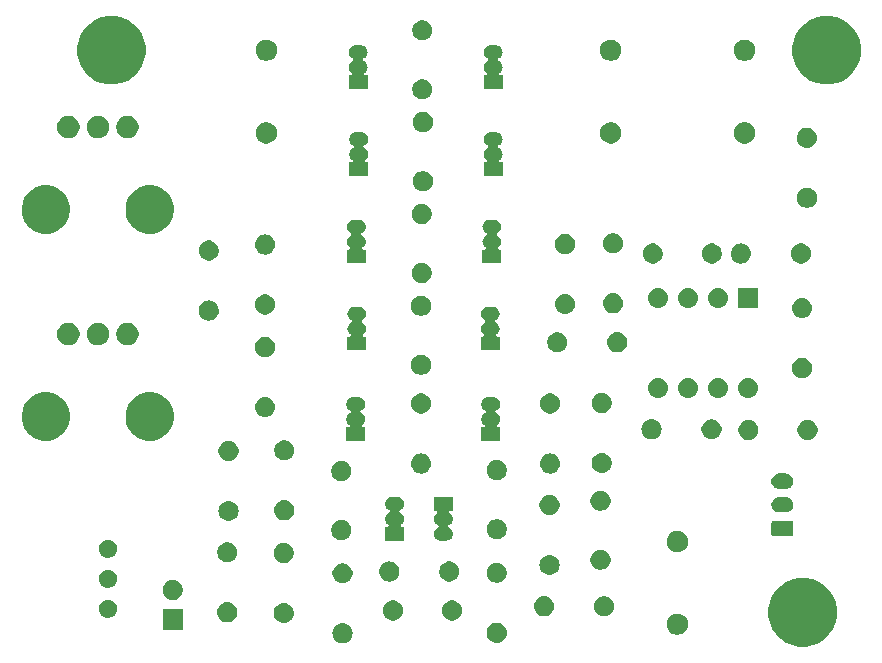
<source format=gbr>
G04 #@! TF.GenerationSoftware,KiCad,Pcbnew,(5.0.1)-rc2*
G04 #@! TF.CreationDate,2019-02-27T00:02:04-05:00*
G04 #@! TF.ProjectId,ladder_filter,6C61646465725F66696C7465722E6B69,rev?*
G04 #@! TF.SameCoordinates,Original*
G04 #@! TF.FileFunction,Soldermask,Bot*
G04 #@! TF.FilePolarity,Negative*
%FSLAX46Y46*%
G04 Gerber Fmt 4.6, Leading zero omitted, Abs format (unit mm)*
G04 Created by KiCad (PCBNEW (5.0.1)-rc2) date 2/27/2019 12:02:04 AM*
%MOMM*%
%LPD*%
G01*
G04 APERTURE LIST*
%ADD10C,0.100000*%
G04 APERTURE END LIST*
D10*
G36*
X200540990Y-80878083D02*
X201068938Y-81096766D01*
X201544083Y-81414248D01*
X201948152Y-81818317D01*
X202265634Y-82293462D01*
X202484317Y-82821410D01*
X202595800Y-83381875D01*
X202595800Y-83953325D01*
X202484317Y-84513790D01*
X202265634Y-85041738D01*
X201948152Y-85516883D01*
X201544083Y-85920952D01*
X201068938Y-86238434D01*
X200540990Y-86457117D01*
X199980525Y-86568600D01*
X199409075Y-86568600D01*
X198848610Y-86457117D01*
X198320662Y-86238434D01*
X197845517Y-85920952D01*
X197441448Y-85516883D01*
X197123966Y-85041738D01*
X196905283Y-84513790D01*
X196793800Y-83953325D01*
X196793800Y-83381875D01*
X196905283Y-82821410D01*
X197123966Y-82293462D01*
X197441448Y-81818317D01*
X197845517Y-81414248D01*
X198320662Y-81096766D01*
X198848610Y-80878083D01*
X199409075Y-80766600D01*
X199980525Y-80766600D01*
X200540990Y-80878083D01*
X200540990Y-80878083D01*
G37*
G36*
X160898021Y-84606913D02*
X160898024Y-84606914D01*
X160898025Y-84606914D01*
X161058439Y-84655575D01*
X161058441Y-84655576D01*
X161058444Y-84655577D01*
X161206278Y-84734595D01*
X161335859Y-84840941D01*
X161442205Y-84970522D01*
X161521223Y-85118356D01*
X161521224Y-85118359D01*
X161521225Y-85118361D01*
X161554476Y-85227975D01*
X161569887Y-85278779D01*
X161586317Y-85445600D01*
X161569887Y-85612421D01*
X161521223Y-85772844D01*
X161442205Y-85920678D01*
X161335859Y-86050259D01*
X161206278Y-86156605D01*
X161058444Y-86235623D01*
X161058441Y-86235624D01*
X161058439Y-86235625D01*
X160898025Y-86284286D01*
X160898024Y-86284286D01*
X160898021Y-86284287D01*
X160773004Y-86296600D01*
X160689396Y-86296600D01*
X160564379Y-86284287D01*
X160564376Y-86284286D01*
X160564375Y-86284286D01*
X160403961Y-86235625D01*
X160403959Y-86235624D01*
X160403956Y-86235623D01*
X160256122Y-86156605D01*
X160126541Y-86050259D01*
X160020195Y-85920678D01*
X159941177Y-85772844D01*
X159892513Y-85612421D01*
X159876083Y-85445600D01*
X159892513Y-85278779D01*
X159907924Y-85227975D01*
X159941175Y-85118361D01*
X159941176Y-85118359D01*
X159941177Y-85118356D01*
X160020195Y-84970522D01*
X160126541Y-84840941D01*
X160256122Y-84734595D01*
X160403956Y-84655577D01*
X160403959Y-84655576D01*
X160403961Y-84655575D01*
X160564375Y-84606914D01*
X160564376Y-84606914D01*
X160564379Y-84606913D01*
X160689396Y-84594600D01*
X160773004Y-84594600D01*
X160898021Y-84606913D01*
X160898021Y-84606913D01*
G37*
G36*
X173953621Y-84556113D02*
X173953624Y-84556114D01*
X173953625Y-84556114D01*
X174114039Y-84604775D01*
X174114041Y-84604776D01*
X174114044Y-84604777D01*
X174261878Y-84683795D01*
X174391459Y-84790141D01*
X174497805Y-84919722D01*
X174576823Y-85067556D01*
X174576824Y-85067559D01*
X174576825Y-85067561D01*
X174625486Y-85227975D01*
X174625487Y-85227979D01*
X174641917Y-85394800D01*
X174625487Y-85561621D01*
X174576823Y-85722044D01*
X174497805Y-85869878D01*
X174391459Y-85999459D01*
X174261878Y-86105805D01*
X174114044Y-86184823D01*
X174114041Y-86184824D01*
X174114039Y-86184825D01*
X173953625Y-86233486D01*
X173953624Y-86233486D01*
X173953621Y-86233487D01*
X173828604Y-86245800D01*
X173744996Y-86245800D01*
X173619979Y-86233487D01*
X173619976Y-86233486D01*
X173619975Y-86233486D01*
X173459561Y-86184825D01*
X173459559Y-86184824D01*
X173459556Y-86184823D01*
X173311722Y-86105805D01*
X173182141Y-85999459D01*
X173075795Y-85869878D01*
X172996777Y-85722044D01*
X172948113Y-85561621D01*
X172931683Y-85394800D01*
X172948113Y-85227979D01*
X172948114Y-85227975D01*
X172996775Y-85067561D01*
X172996776Y-85067559D01*
X172996777Y-85067556D01*
X173075795Y-84919722D01*
X173182141Y-84790141D01*
X173311722Y-84683795D01*
X173459556Y-84604777D01*
X173459559Y-84604776D01*
X173459561Y-84604775D01*
X173619975Y-84556114D01*
X173619976Y-84556114D01*
X173619979Y-84556113D01*
X173744996Y-84543800D01*
X173828604Y-84543800D01*
X173953621Y-84556113D01*
X173953621Y-84556113D01*
G37*
G36*
X189340412Y-83808024D02*
X189504384Y-83875944D01*
X189651954Y-83974547D01*
X189777453Y-84100046D01*
X189876056Y-84247616D01*
X189943976Y-84411588D01*
X189978600Y-84585659D01*
X189978600Y-84763141D01*
X189943976Y-84937212D01*
X189876056Y-85101184D01*
X189777453Y-85248754D01*
X189651954Y-85374253D01*
X189504384Y-85472856D01*
X189340412Y-85540776D01*
X189166341Y-85575400D01*
X188988859Y-85575400D01*
X188814788Y-85540776D01*
X188650816Y-85472856D01*
X188503246Y-85374253D01*
X188377747Y-85248754D01*
X188279144Y-85101184D01*
X188211224Y-84937212D01*
X188176600Y-84763141D01*
X188176600Y-84585659D01*
X188211224Y-84411588D01*
X188279144Y-84247616D01*
X188377747Y-84100046D01*
X188503246Y-83974547D01*
X188650816Y-83875944D01*
X188814788Y-83808024D01*
X188988859Y-83773400D01*
X189166341Y-83773400D01*
X189340412Y-83808024D01*
X189340412Y-83808024D01*
G37*
G36*
X147205800Y-85128200D02*
X145503800Y-85128200D01*
X145503800Y-83426200D01*
X147205800Y-83426200D01*
X147205800Y-85128200D01*
X147205800Y-85128200D01*
G37*
G36*
X155919621Y-82879713D02*
X155919624Y-82879714D01*
X155919625Y-82879714D01*
X156080039Y-82928375D01*
X156080041Y-82928376D01*
X156080044Y-82928377D01*
X156227878Y-83007395D01*
X156357459Y-83113741D01*
X156463805Y-83243322D01*
X156542823Y-83391156D01*
X156542824Y-83391159D01*
X156542825Y-83391161D01*
X156571850Y-83486844D01*
X156591487Y-83551579D01*
X156607917Y-83718400D01*
X156591487Y-83885221D01*
X156591486Y-83885224D01*
X156591486Y-83885225D01*
X156563375Y-83977896D01*
X156542823Y-84045644D01*
X156463805Y-84193478D01*
X156357459Y-84323059D01*
X156227878Y-84429405D01*
X156080044Y-84508423D01*
X156080041Y-84508424D01*
X156080039Y-84508425D01*
X155919625Y-84557086D01*
X155919624Y-84557086D01*
X155919621Y-84557087D01*
X155794604Y-84569400D01*
X155710996Y-84569400D01*
X155585979Y-84557087D01*
X155585976Y-84557086D01*
X155585975Y-84557086D01*
X155425561Y-84508425D01*
X155425559Y-84508424D01*
X155425556Y-84508423D01*
X155277722Y-84429405D01*
X155148141Y-84323059D01*
X155041795Y-84193478D01*
X154962777Y-84045644D01*
X154942226Y-83977896D01*
X154914114Y-83885225D01*
X154914114Y-83885224D01*
X154914113Y-83885221D01*
X154897683Y-83718400D01*
X154914113Y-83551579D01*
X154933750Y-83486844D01*
X154962775Y-83391161D01*
X154962776Y-83391159D01*
X154962777Y-83391156D01*
X155041795Y-83243322D01*
X155148141Y-83113741D01*
X155277722Y-83007395D01*
X155425556Y-82928377D01*
X155425559Y-82928376D01*
X155425561Y-82928375D01*
X155585975Y-82879714D01*
X155585976Y-82879714D01*
X155585979Y-82879713D01*
X155710996Y-82867400D01*
X155794604Y-82867400D01*
X155919621Y-82879713D01*
X155919621Y-82879713D01*
G37*
G36*
X151144421Y-82828913D02*
X151144424Y-82828914D01*
X151144425Y-82828914D01*
X151304839Y-82877575D01*
X151304841Y-82877576D01*
X151304844Y-82877577D01*
X151452678Y-82956595D01*
X151582259Y-83062941D01*
X151688605Y-83192522D01*
X151767623Y-83340356D01*
X151767624Y-83340359D01*
X151767625Y-83340361D01*
X151812060Y-83486844D01*
X151816287Y-83500779D01*
X151832717Y-83667600D01*
X151816287Y-83834421D01*
X151816286Y-83834424D01*
X151816286Y-83834425D01*
X151772765Y-83977896D01*
X151767623Y-83994844D01*
X151688605Y-84142678D01*
X151582259Y-84272259D01*
X151452678Y-84378605D01*
X151304844Y-84457623D01*
X151304841Y-84457624D01*
X151304839Y-84457625D01*
X151144425Y-84506286D01*
X151144424Y-84506286D01*
X151144421Y-84506287D01*
X151019404Y-84518600D01*
X150935796Y-84518600D01*
X150810779Y-84506287D01*
X150810776Y-84506286D01*
X150810775Y-84506286D01*
X150650361Y-84457625D01*
X150650359Y-84457624D01*
X150650356Y-84457623D01*
X150502522Y-84378605D01*
X150372941Y-84272259D01*
X150266595Y-84142678D01*
X150187577Y-83994844D01*
X150182436Y-83977896D01*
X150138914Y-83834425D01*
X150138914Y-83834424D01*
X150138913Y-83834421D01*
X150122483Y-83667600D01*
X150138913Y-83500779D01*
X150143140Y-83486844D01*
X150187575Y-83340361D01*
X150187576Y-83340359D01*
X150187577Y-83340356D01*
X150266595Y-83192522D01*
X150372941Y-83062941D01*
X150502522Y-82956595D01*
X150650356Y-82877577D01*
X150650359Y-82877576D01*
X150650361Y-82877575D01*
X150810775Y-82828914D01*
X150810776Y-82828914D01*
X150810779Y-82828913D01*
X150935796Y-82816600D01*
X151019404Y-82816600D01*
X151144421Y-82828913D01*
X151144421Y-82828913D01*
G37*
G36*
X165246628Y-82696903D02*
X165401500Y-82761053D01*
X165540881Y-82854185D01*
X165659415Y-82972719D01*
X165752547Y-83112100D01*
X165816697Y-83266972D01*
X165849400Y-83431384D01*
X165849400Y-83599016D01*
X165816697Y-83763428D01*
X165752547Y-83918300D01*
X165659415Y-84057681D01*
X165540881Y-84176215D01*
X165401500Y-84269347D01*
X165246628Y-84333497D01*
X165082216Y-84366200D01*
X164914584Y-84366200D01*
X164750172Y-84333497D01*
X164595300Y-84269347D01*
X164455919Y-84176215D01*
X164337385Y-84057681D01*
X164244253Y-83918300D01*
X164180103Y-83763428D01*
X164147400Y-83599016D01*
X164147400Y-83431384D01*
X164180103Y-83266972D01*
X164244253Y-83112100D01*
X164337385Y-82972719D01*
X164455919Y-82854185D01*
X164595300Y-82761053D01*
X164750172Y-82696903D01*
X164914584Y-82664200D01*
X165082216Y-82664200D01*
X165246628Y-82696903D01*
X165246628Y-82696903D01*
G37*
G36*
X170246628Y-82696903D02*
X170401500Y-82761053D01*
X170540881Y-82854185D01*
X170659415Y-82972719D01*
X170752547Y-83112100D01*
X170816697Y-83266972D01*
X170849400Y-83431384D01*
X170849400Y-83599016D01*
X170816697Y-83763428D01*
X170752547Y-83918300D01*
X170659415Y-84057681D01*
X170540881Y-84176215D01*
X170401500Y-84269347D01*
X170246628Y-84333497D01*
X170082216Y-84366200D01*
X169914584Y-84366200D01*
X169750172Y-84333497D01*
X169595300Y-84269347D01*
X169455919Y-84176215D01*
X169337385Y-84057681D01*
X169244253Y-83918300D01*
X169180103Y-83763428D01*
X169147400Y-83599016D01*
X169147400Y-83431384D01*
X169180103Y-83266972D01*
X169244253Y-83112100D01*
X169337385Y-82972719D01*
X169455919Y-82854185D01*
X169595300Y-82761053D01*
X169750172Y-82696903D01*
X169914584Y-82664200D01*
X170082216Y-82664200D01*
X170246628Y-82696903D01*
X170246628Y-82696903D01*
G37*
G36*
X140993989Y-82601676D02*
X141093293Y-82621429D01*
X141233606Y-82679548D01*
X141359884Y-82763925D01*
X141467275Y-82871316D01*
X141551652Y-82997594D01*
X141609771Y-83137907D01*
X141629524Y-83237211D01*
X141635444Y-83266972D01*
X141639400Y-83286863D01*
X141639400Y-83438737D01*
X141609771Y-83587693D01*
X141551652Y-83728006D01*
X141467275Y-83854284D01*
X141359884Y-83961675D01*
X141233606Y-84046052D01*
X141093293Y-84104171D01*
X140993989Y-84123924D01*
X140944338Y-84133800D01*
X140792462Y-84133800D01*
X140742811Y-84123924D01*
X140643507Y-84104171D01*
X140503194Y-84046052D01*
X140376916Y-83961675D01*
X140269525Y-83854284D01*
X140185148Y-83728006D01*
X140127029Y-83587693D01*
X140097400Y-83438737D01*
X140097400Y-83286863D01*
X140101357Y-83266972D01*
X140107276Y-83237211D01*
X140127029Y-83137907D01*
X140185148Y-82997594D01*
X140269525Y-82871316D01*
X140376916Y-82763925D01*
X140503194Y-82679548D01*
X140643507Y-82621429D01*
X140742811Y-82601676D01*
X140792462Y-82591800D01*
X140944338Y-82591800D01*
X140993989Y-82601676D01*
X140993989Y-82601676D01*
G37*
G36*
X177966821Y-82320913D02*
X177966824Y-82320914D01*
X177966825Y-82320914D01*
X178127239Y-82369575D01*
X178127241Y-82369576D01*
X178127244Y-82369577D01*
X178275078Y-82448595D01*
X178404659Y-82554941D01*
X178511005Y-82684522D01*
X178590023Y-82832356D01*
X178590024Y-82832359D01*
X178590025Y-82832361D01*
X178619150Y-82928375D01*
X178638687Y-82992779D01*
X178655117Y-83159600D01*
X178638687Y-83326421D01*
X178638686Y-83326424D01*
X178638686Y-83326425D01*
X178604617Y-83438737D01*
X178590023Y-83486844D01*
X178511005Y-83634678D01*
X178404659Y-83764259D01*
X178275078Y-83870605D01*
X178127244Y-83949623D01*
X178127241Y-83949624D01*
X178127239Y-83949625D01*
X177966825Y-83998286D01*
X177966824Y-83998286D01*
X177966821Y-83998287D01*
X177841804Y-84010600D01*
X177758196Y-84010600D01*
X177633179Y-83998287D01*
X177633176Y-83998286D01*
X177633175Y-83998286D01*
X177472761Y-83949625D01*
X177472759Y-83949624D01*
X177472756Y-83949623D01*
X177324922Y-83870605D01*
X177195341Y-83764259D01*
X177088995Y-83634678D01*
X177009977Y-83486844D01*
X176995384Y-83438737D01*
X176961314Y-83326425D01*
X176961314Y-83326424D01*
X176961313Y-83326421D01*
X176944883Y-83159600D01*
X176961313Y-82992779D01*
X176980850Y-82928375D01*
X177009975Y-82832361D01*
X177009976Y-82832359D01*
X177009977Y-82832356D01*
X177088995Y-82684522D01*
X177195341Y-82554941D01*
X177324922Y-82448595D01*
X177472756Y-82369577D01*
X177472759Y-82369576D01*
X177472761Y-82369575D01*
X177633175Y-82320914D01*
X177633176Y-82320914D01*
X177633179Y-82320913D01*
X177758196Y-82308600D01*
X177841804Y-82308600D01*
X177966821Y-82320913D01*
X177966821Y-82320913D01*
G37*
G36*
X183128228Y-82341303D02*
X183283100Y-82405453D01*
X183422481Y-82498585D01*
X183541015Y-82617119D01*
X183634147Y-82756500D01*
X183698297Y-82911372D01*
X183731000Y-83075784D01*
X183731000Y-83243416D01*
X183698297Y-83407828D01*
X183634147Y-83562700D01*
X183541015Y-83702081D01*
X183422481Y-83820615D01*
X183283100Y-83913747D01*
X183128228Y-83977897D01*
X182963816Y-84010600D01*
X182796184Y-84010600D01*
X182631772Y-83977897D01*
X182476900Y-83913747D01*
X182337519Y-83820615D01*
X182218985Y-83702081D01*
X182125853Y-83562700D01*
X182061703Y-83407828D01*
X182029000Y-83243416D01*
X182029000Y-83075784D01*
X182061703Y-82911372D01*
X182125853Y-82756500D01*
X182218985Y-82617119D01*
X182337519Y-82498585D01*
X182476900Y-82405453D01*
X182631772Y-82341303D01*
X182796184Y-82308600D01*
X182963816Y-82308600D01*
X183128228Y-82341303D01*
X183128228Y-82341303D01*
G37*
G36*
X146603028Y-80958903D02*
X146757900Y-81023053D01*
X146897281Y-81116185D01*
X147015815Y-81234719D01*
X147108947Y-81374100D01*
X147173097Y-81528972D01*
X147205800Y-81693384D01*
X147205800Y-81861016D01*
X147173097Y-82025428D01*
X147108947Y-82180300D01*
X147015815Y-82319681D01*
X146897281Y-82438215D01*
X146757900Y-82531347D01*
X146603028Y-82595497D01*
X146438616Y-82628200D01*
X146270984Y-82628200D01*
X146106572Y-82595497D01*
X145951700Y-82531347D01*
X145812319Y-82438215D01*
X145693785Y-82319681D01*
X145600653Y-82180300D01*
X145536503Y-82025428D01*
X145503800Y-81861016D01*
X145503800Y-81693384D01*
X145536503Y-81528972D01*
X145600653Y-81374100D01*
X145693785Y-81234719D01*
X145812319Y-81116185D01*
X145951700Y-81023053D01*
X146106572Y-80958903D01*
X146270984Y-80926200D01*
X146438616Y-80926200D01*
X146603028Y-80958903D01*
X146603028Y-80958903D01*
G37*
G36*
X140993989Y-80061676D02*
X141093293Y-80081429D01*
X141233606Y-80139548D01*
X141359884Y-80223925D01*
X141467275Y-80331316D01*
X141551652Y-80457594D01*
X141609771Y-80597907D01*
X141627747Y-80688278D01*
X141639400Y-80746862D01*
X141639400Y-80898738D01*
X141634334Y-80924204D01*
X141609771Y-81047693D01*
X141551652Y-81188006D01*
X141467275Y-81314284D01*
X141359884Y-81421675D01*
X141233606Y-81506052D01*
X141093293Y-81564171D01*
X140993989Y-81583924D01*
X140944338Y-81593800D01*
X140792462Y-81593800D01*
X140742811Y-81583924D01*
X140643507Y-81564171D01*
X140503194Y-81506052D01*
X140376916Y-81421675D01*
X140269525Y-81314284D01*
X140185148Y-81188006D01*
X140127029Y-81047693D01*
X140102466Y-80924204D01*
X140097400Y-80898738D01*
X140097400Y-80746862D01*
X140109053Y-80688278D01*
X140127029Y-80597907D01*
X140185148Y-80457594D01*
X140269525Y-80331316D01*
X140376916Y-80223925D01*
X140503194Y-80139548D01*
X140643507Y-80081429D01*
X140742811Y-80061676D01*
X140792462Y-80051800D01*
X140944338Y-80051800D01*
X140993989Y-80061676D01*
X140993989Y-80061676D01*
G37*
G36*
X160979428Y-79547303D02*
X161134300Y-79611453D01*
X161273681Y-79704585D01*
X161392215Y-79823119D01*
X161485347Y-79962500D01*
X161549497Y-80117372D01*
X161582200Y-80281784D01*
X161582200Y-80449416D01*
X161549497Y-80613828D01*
X161485347Y-80768700D01*
X161392215Y-80908081D01*
X161273681Y-81026615D01*
X161134300Y-81119747D01*
X160979428Y-81183897D01*
X160815016Y-81216600D01*
X160647384Y-81216600D01*
X160482972Y-81183897D01*
X160328100Y-81119747D01*
X160188719Y-81026615D01*
X160070185Y-80908081D01*
X159977053Y-80768700D01*
X159912903Y-80613828D01*
X159880200Y-80449416D01*
X159880200Y-80281784D01*
X159912903Y-80117372D01*
X159977053Y-79962500D01*
X160070185Y-79823119D01*
X160188719Y-79704585D01*
X160328100Y-79611453D01*
X160482972Y-79547303D01*
X160647384Y-79514600D01*
X160815016Y-79514600D01*
X160979428Y-79547303D01*
X160979428Y-79547303D01*
G37*
G36*
X174035028Y-79496503D02*
X174189900Y-79560653D01*
X174329281Y-79653785D01*
X174447815Y-79772319D01*
X174540947Y-79911700D01*
X174605097Y-80066572D01*
X174637800Y-80230984D01*
X174637800Y-80398616D01*
X174605097Y-80563028D01*
X174540947Y-80717900D01*
X174447815Y-80857281D01*
X174329281Y-80975815D01*
X174189900Y-81068947D01*
X174035028Y-81133097D01*
X173870616Y-81165800D01*
X173702984Y-81165800D01*
X173538572Y-81133097D01*
X173383700Y-81068947D01*
X173244319Y-80975815D01*
X173125785Y-80857281D01*
X173032653Y-80717900D01*
X172968503Y-80563028D01*
X172935800Y-80398616D01*
X172935800Y-80230984D01*
X172968503Y-80066572D01*
X173032653Y-79911700D01*
X173125785Y-79772319D01*
X173244319Y-79653785D01*
X173383700Y-79560653D01*
X173538572Y-79496503D01*
X173702984Y-79463800D01*
X173870616Y-79463800D01*
X174035028Y-79496503D01*
X174035028Y-79496503D01*
G37*
G36*
X170021828Y-79394903D02*
X170176700Y-79459053D01*
X170316081Y-79552185D01*
X170434615Y-79670719D01*
X170527747Y-79810100D01*
X170591897Y-79964972D01*
X170624600Y-80129384D01*
X170624600Y-80297016D01*
X170591897Y-80461428D01*
X170527747Y-80616300D01*
X170434615Y-80755681D01*
X170316081Y-80874215D01*
X170176700Y-80967347D01*
X170021828Y-81031497D01*
X169857416Y-81064200D01*
X169689784Y-81064200D01*
X169525372Y-81031497D01*
X169370500Y-80967347D01*
X169231119Y-80874215D01*
X169112585Y-80755681D01*
X169019453Y-80616300D01*
X168955303Y-80461428D01*
X168922600Y-80297016D01*
X168922600Y-80129384D01*
X168955303Y-79964972D01*
X169019453Y-79810100D01*
X169112585Y-79670719D01*
X169231119Y-79552185D01*
X169370500Y-79459053D01*
X169525372Y-79394903D01*
X169689784Y-79362200D01*
X169857416Y-79362200D01*
X170021828Y-79394903D01*
X170021828Y-79394903D01*
G37*
G36*
X164860421Y-79374513D02*
X164860424Y-79374514D01*
X164860425Y-79374514D01*
X165020839Y-79423175D01*
X165020841Y-79423176D01*
X165020844Y-79423177D01*
X165168678Y-79502195D01*
X165298259Y-79608541D01*
X165404605Y-79738122D01*
X165483623Y-79885956D01*
X165483624Y-79885959D01*
X165483625Y-79885961D01*
X165532286Y-80046375D01*
X165532287Y-80046379D01*
X165548717Y-80213200D01*
X165532287Y-80380021D01*
X165532286Y-80380024D01*
X165532286Y-80380025D01*
X165507593Y-80461428D01*
X165483623Y-80540444D01*
X165404605Y-80688278D01*
X165298259Y-80817859D01*
X165168678Y-80924205D01*
X165020844Y-81003223D01*
X165020841Y-81003224D01*
X165020839Y-81003225D01*
X164860425Y-81051886D01*
X164860424Y-81051886D01*
X164860421Y-81051887D01*
X164735404Y-81064200D01*
X164651796Y-81064200D01*
X164526779Y-81051887D01*
X164526776Y-81051886D01*
X164526775Y-81051886D01*
X164366361Y-81003225D01*
X164366359Y-81003224D01*
X164366356Y-81003223D01*
X164218522Y-80924205D01*
X164088941Y-80817859D01*
X163982595Y-80688278D01*
X163903577Y-80540444D01*
X163879608Y-80461428D01*
X163854914Y-80380025D01*
X163854914Y-80380024D01*
X163854913Y-80380021D01*
X163838483Y-80213200D01*
X163854913Y-80046379D01*
X163854914Y-80046375D01*
X163903575Y-79885961D01*
X163903576Y-79885959D01*
X163903577Y-79885956D01*
X163982595Y-79738122D01*
X164088941Y-79608541D01*
X164218522Y-79502195D01*
X164366356Y-79423177D01*
X164366359Y-79423176D01*
X164366361Y-79423175D01*
X164526775Y-79374514D01*
X164526776Y-79374514D01*
X164526779Y-79374513D01*
X164651796Y-79362200D01*
X164735404Y-79362200D01*
X164860421Y-79374513D01*
X164860421Y-79374513D01*
G37*
G36*
X178424021Y-78815713D02*
X178424024Y-78815714D01*
X178424025Y-78815714D01*
X178584439Y-78864375D01*
X178584441Y-78864376D01*
X178584444Y-78864377D01*
X178732278Y-78943395D01*
X178861859Y-79049741D01*
X178968205Y-79179322D01*
X179047223Y-79327156D01*
X179047224Y-79327159D01*
X179047225Y-79327161D01*
X179086519Y-79456696D01*
X179095887Y-79487579D01*
X179112317Y-79654400D01*
X179095887Y-79821221D01*
X179095886Y-79821224D01*
X179095886Y-79821225D01*
X179049862Y-79972947D01*
X179047223Y-79981644D01*
X178968205Y-80129478D01*
X178861859Y-80259059D01*
X178732278Y-80365405D01*
X178584444Y-80444423D01*
X178584441Y-80444424D01*
X178584439Y-80444425D01*
X178424025Y-80493086D01*
X178424024Y-80493086D01*
X178424021Y-80493087D01*
X178299004Y-80505400D01*
X178215396Y-80505400D01*
X178090379Y-80493087D01*
X178090376Y-80493086D01*
X178090375Y-80493086D01*
X177929961Y-80444425D01*
X177929959Y-80444424D01*
X177929956Y-80444423D01*
X177782122Y-80365405D01*
X177652541Y-80259059D01*
X177546195Y-80129478D01*
X177467177Y-79981644D01*
X177464539Y-79972947D01*
X177418514Y-79821225D01*
X177418514Y-79821224D01*
X177418513Y-79821221D01*
X177402083Y-79654400D01*
X177418513Y-79487579D01*
X177427881Y-79456696D01*
X177467175Y-79327161D01*
X177467176Y-79327159D01*
X177467177Y-79327156D01*
X177546195Y-79179322D01*
X177652541Y-79049741D01*
X177782122Y-78943395D01*
X177929956Y-78864377D01*
X177929959Y-78864376D01*
X177929961Y-78864375D01*
X178090375Y-78815714D01*
X178090376Y-78815714D01*
X178090379Y-78815713D01*
X178215396Y-78803400D01*
X178299004Y-78803400D01*
X178424021Y-78815713D01*
X178424021Y-78815713D01*
G37*
G36*
X182823428Y-78400503D02*
X182978300Y-78464653D01*
X183117681Y-78557785D01*
X183236215Y-78676319D01*
X183329347Y-78815700D01*
X183393497Y-78970572D01*
X183426200Y-79134984D01*
X183426200Y-79302616D01*
X183393497Y-79467028D01*
X183329347Y-79621900D01*
X183236215Y-79761281D01*
X183117681Y-79879815D01*
X182978300Y-79972947D01*
X182823428Y-80037097D01*
X182659016Y-80069800D01*
X182491384Y-80069800D01*
X182326972Y-80037097D01*
X182172100Y-79972947D01*
X182032719Y-79879815D01*
X181914185Y-79761281D01*
X181821053Y-79621900D01*
X181756903Y-79467028D01*
X181724200Y-79302616D01*
X181724200Y-79134984D01*
X181756903Y-78970572D01*
X181821053Y-78815700D01*
X181914185Y-78676319D01*
X182032719Y-78557785D01*
X182172100Y-78464653D01*
X182326972Y-78400503D01*
X182491384Y-78367800D01*
X182659016Y-78367800D01*
X182823428Y-78400503D01*
X182823428Y-78400503D01*
G37*
G36*
X156001028Y-77820103D02*
X156155900Y-77884253D01*
X156295281Y-77977385D01*
X156413815Y-78095919D01*
X156506947Y-78235300D01*
X156571097Y-78390172D01*
X156603800Y-78554584D01*
X156603800Y-78722216D01*
X156571097Y-78886628D01*
X156506947Y-79041500D01*
X156413815Y-79180881D01*
X156295281Y-79299415D01*
X156155900Y-79392547D01*
X156001028Y-79456697D01*
X155836616Y-79489400D01*
X155668984Y-79489400D01*
X155504572Y-79456697D01*
X155349700Y-79392547D01*
X155210319Y-79299415D01*
X155091785Y-79180881D01*
X154998653Y-79041500D01*
X154934503Y-78886628D01*
X154901800Y-78722216D01*
X154901800Y-78554584D01*
X154934503Y-78390172D01*
X154998653Y-78235300D01*
X155091785Y-78095919D01*
X155210319Y-77977385D01*
X155349700Y-77884253D01*
X155504572Y-77820103D01*
X155668984Y-77787400D01*
X155836616Y-77787400D01*
X156001028Y-77820103D01*
X156001028Y-77820103D01*
G37*
G36*
X151225828Y-77769303D02*
X151380700Y-77833453D01*
X151520081Y-77926585D01*
X151638615Y-78045119D01*
X151731747Y-78184500D01*
X151795897Y-78339372D01*
X151828600Y-78503784D01*
X151828600Y-78671416D01*
X151795897Y-78835828D01*
X151731747Y-78990700D01*
X151638615Y-79130081D01*
X151520081Y-79248615D01*
X151380700Y-79341747D01*
X151225828Y-79405897D01*
X151061416Y-79438600D01*
X150893784Y-79438600D01*
X150729372Y-79405897D01*
X150574500Y-79341747D01*
X150435119Y-79248615D01*
X150316585Y-79130081D01*
X150223453Y-78990700D01*
X150159303Y-78835828D01*
X150126600Y-78671416D01*
X150126600Y-78503784D01*
X150159303Y-78339372D01*
X150223453Y-78184500D01*
X150316585Y-78045119D01*
X150435119Y-77926585D01*
X150574500Y-77833453D01*
X150729372Y-77769303D01*
X150893784Y-77736600D01*
X151061416Y-77736600D01*
X151225828Y-77769303D01*
X151225828Y-77769303D01*
G37*
G36*
X140993989Y-77521676D02*
X141093293Y-77541429D01*
X141233606Y-77599548D01*
X141359884Y-77683925D01*
X141467275Y-77791316D01*
X141551652Y-77917594D01*
X141609771Y-78057907D01*
X141639400Y-78206863D01*
X141639400Y-78358737D01*
X141609771Y-78507693D01*
X141551652Y-78648006D01*
X141467275Y-78774284D01*
X141359884Y-78881675D01*
X141233606Y-78966052D01*
X141093293Y-79024171D01*
X140993989Y-79043924D01*
X140944338Y-79053800D01*
X140792462Y-79053800D01*
X140742811Y-79043924D01*
X140643507Y-79024171D01*
X140503194Y-78966052D01*
X140376916Y-78881675D01*
X140269525Y-78774284D01*
X140185148Y-78648006D01*
X140127029Y-78507693D01*
X140097400Y-78358737D01*
X140097400Y-78206863D01*
X140127029Y-78057907D01*
X140185148Y-77917594D01*
X140269525Y-77791316D01*
X140376916Y-77683925D01*
X140503194Y-77599548D01*
X140643507Y-77541429D01*
X140742811Y-77521676D01*
X140792462Y-77511800D01*
X140944338Y-77511800D01*
X140993989Y-77521676D01*
X140993989Y-77521676D01*
G37*
G36*
X189340412Y-76808024D02*
X189504384Y-76875944D01*
X189651954Y-76974547D01*
X189777453Y-77100046D01*
X189876056Y-77247616D01*
X189943976Y-77411588D01*
X189978600Y-77585659D01*
X189978600Y-77763141D01*
X189943976Y-77937212D01*
X189876056Y-78101184D01*
X189777453Y-78248754D01*
X189651954Y-78374253D01*
X189504384Y-78472856D01*
X189340412Y-78540776D01*
X189166341Y-78575400D01*
X188988859Y-78575400D01*
X188814788Y-78540776D01*
X188650816Y-78472856D01*
X188503246Y-78374253D01*
X188377747Y-78248754D01*
X188279144Y-78101184D01*
X188211224Y-77937212D01*
X188176600Y-77763141D01*
X188176600Y-77585659D01*
X188211224Y-77411588D01*
X188279144Y-77247616D01*
X188377747Y-77100046D01*
X188503246Y-76974547D01*
X188650816Y-76875944D01*
X188814788Y-76808024D01*
X188988859Y-76773400D01*
X189166341Y-76773400D01*
X189340412Y-76808024D01*
X189340412Y-76808024D01*
G37*
G36*
X170066600Y-75048800D02*
X169902264Y-75048800D01*
X169877878Y-75051202D01*
X169854429Y-75058315D01*
X169832818Y-75069866D01*
X169813876Y-75085412D01*
X169798330Y-75104354D01*
X169786779Y-75125965D01*
X169779666Y-75149414D01*
X169777264Y-75173800D01*
X169779666Y-75198186D01*
X169786779Y-75221635D01*
X169798330Y-75243246D01*
X169822965Y-75270426D01*
X169899864Y-75333536D01*
X169971844Y-75421243D01*
X170025329Y-75521308D01*
X170058266Y-75629884D01*
X170069387Y-75742800D01*
X170058266Y-75855716D01*
X170025329Y-75964292D01*
X170023889Y-75966986D01*
X169971844Y-76064357D01*
X169899864Y-76152064D01*
X169812157Y-76224044D01*
X169730743Y-76267560D01*
X169710368Y-76281173D01*
X169693041Y-76298501D01*
X169679427Y-76318875D01*
X169670050Y-76341514D01*
X169665269Y-76365547D01*
X169665269Y-76390052D01*
X169670049Y-76414085D01*
X169679427Y-76436724D01*
X169693040Y-76457099D01*
X169710368Y-76474426D01*
X169730743Y-76488040D01*
X169812157Y-76531556D01*
X169899864Y-76603536D01*
X169971844Y-76691243D01*
X170025329Y-76791308D01*
X170058266Y-76899884D01*
X170069387Y-77012800D01*
X170058266Y-77125716D01*
X170025329Y-77234292D01*
X169971844Y-77334357D01*
X169899864Y-77422064D01*
X169812157Y-77494044D01*
X169712092Y-77547529D01*
X169603516Y-77580466D01*
X169518898Y-77588800D01*
X169012302Y-77588800D01*
X168927684Y-77580466D01*
X168819108Y-77547529D01*
X168719043Y-77494044D01*
X168631336Y-77422064D01*
X168559356Y-77334357D01*
X168505871Y-77234292D01*
X168472934Y-77125716D01*
X168461813Y-77012800D01*
X168472934Y-76899884D01*
X168505871Y-76791308D01*
X168559356Y-76691243D01*
X168631336Y-76603536D01*
X168719043Y-76531556D01*
X168800457Y-76488040D01*
X168820832Y-76474427D01*
X168838159Y-76457099D01*
X168851773Y-76436725D01*
X168861150Y-76414086D01*
X168865931Y-76390053D01*
X168865931Y-76365548D01*
X168861151Y-76341515D01*
X168851773Y-76318876D01*
X168838160Y-76298501D01*
X168820832Y-76281174D01*
X168800457Y-76267560D01*
X168719043Y-76224044D01*
X168631336Y-76152064D01*
X168559356Y-76064357D01*
X168507311Y-75966986D01*
X168505871Y-75964292D01*
X168472934Y-75855716D01*
X168461813Y-75742800D01*
X168472934Y-75629884D01*
X168505871Y-75521308D01*
X168559356Y-75421243D01*
X168631336Y-75333536D01*
X168708235Y-75270426D01*
X168725562Y-75253099D01*
X168739176Y-75232724D01*
X168748554Y-75210085D01*
X168753334Y-75186052D01*
X168753334Y-75161548D01*
X168748553Y-75137514D01*
X168739176Y-75114875D01*
X168725562Y-75094501D01*
X168708235Y-75077174D01*
X168687860Y-75063560D01*
X168665221Y-75054182D01*
X168628936Y-75048800D01*
X168464600Y-75048800D01*
X168464600Y-73896800D01*
X170066600Y-73896800D01*
X170066600Y-75048800D01*
X170066600Y-75048800D01*
G37*
G36*
X165488716Y-73905134D02*
X165597292Y-73938071D01*
X165697357Y-73991556D01*
X165785064Y-74063536D01*
X165857044Y-74151243D01*
X165910529Y-74251308D01*
X165943466Y-74359884D01*
X165954587Y-74472800D01*
X165943466Y-74585716D01*
X165910529Y-74694292D01*
X165905147Y-74704361D01*
X165857044Y-74794357D01*
X165785064Y-74882064D01*
X165697357Y-74954044D01*
X165615943Y-74997560D01*
X165595568Y-75011173D01*
X165578241Y-75028501D01*
X165564627Y-75048875D01*
X165555250Y-75071514D01*
X165550469Y-75095547D01*
X165550469Y-75120052D01*
X165555249Y-75144085D01*
X165564627Y-75166724D01*
X165578240Y-75187099D01*
X165595568Y-75204426D01*
X165615943Y-75218040D01*
X165697357Y-75261556D01*
X165785064Y-75333536D01*
X165857044Y-75421243D01*
X165910529Y-75521308D01*
X165943466Y-75629884D01*
X165954587Y-75742800D01*
X165943466Y-75855716D01*
X165910529Y-75964292D01*
X165909089Y-75966986D01*
X165857044Y-76064357D01*
X165785064Y-76152064D01*
X165708165Y-76215174D01*
X165690838Y-76232501D01*
X165677224Y-76252876D01*
X165667846Y-76275515D01*
X165663066Y-76299548D01*
X165663066Y-76324052D01*
X165667847Y-76348086D01*
X165677224Y-76370725D01*
X165690838Y-76391099D01*
X165708165Y-76408426D01*
X165728540Y-76422040D01*
X165751179Y-76431418D01*
X165787464Y-76436800D01*
X165951800Y-76436800D01*
X165951800Y-77588800D01*
X164349800Y-77588800D01*
X164349800Y-76436800D01*
X164514136Y-76436800D01*
X164538522Y-76434398D01*
X164561971Y-76427285D01*
X164583582Y-76415734D01*
X164602524Y-76400188D01*
X164618070Y-76381246D01*
X164629621Y-76359635D01*
X164636734Y-76336186D01*
X164639136Y-76311800D01*
X164636734Y-76287414D01*
X164629621Y-76263965D01*
X164618070Y-76242354D01*
X164593435Y-76215174D01*
X164516536Y-76152064D01*
X164444556Y-76064357D01*
X164392511Y-75966986D01*
X164391071Y-75964292D01*
X164358134Y-75855716D01*
X164347013Y-75742800D01*
X164358134Y-75629884D01*
X164391071Y-75521308D01*
X164444556Y-75421243D01*
X164516536Y-75333536D01*
X164604243Y-75261556D01*
X164685657Y-75218040D01*
X164706032Y-75204427D01*
X164723359Y-75187099D01*
X164736973Y-75166725D01*
X164746350Y-75144086D01*
X164751131Y-75120053D01*
X164751131Y-75095548D01*
X164746351Y-75071515D01*
X164736973Y-75048876D01*
X164723360Y-75028501D01*
X164706032Y-75011174D01*
X164685657Y-74997560D01*
X164604243Y-74954044D01*
X164516536Y-74882064D01*
X164444556Y-74794357D01*
X164396453Y-74704361D01*
X164391071Y-74694292D01*
X164358134Y-74585716D01*
X164347013Y-74472800D01*
X164358134Y-74359884D01*
X164391071Y-74251308D01*
X164444556Y-74151243D01*
X164516536Y-74063536D01*
X164604243Y-73991556D01*
X164704308Y-73938071D01*
X164812884Y-73905134D01*
X164897502Y-73896800D01*
X165404098Y-73896800D01*
X165488716Y-73905134D01*
X165488716Y-73905134D01*
G37*
G36*
X160877828Y-75889703D02*
X161032700Y-75953853D01*
X161172081Y-76046985D01*
X161290615Y-76165519D01*
X161383747Y-76304900D01*
X161447897Y-76459772D01*
X161480600Y-76624184D01*
X161480600Y-76791816D01*
X161447897Y-76956228D01*
X161383747Y-77111100D01*
X161290615Y-77250481D01*
X161172081Y-77369015D01*
X161032700Y-77462147D01*
X160877828Y-77526297D01*
X160713416Y-77559000D01*
X160545784Y-77559000D01*
X160381372Y-77526297D01*
X160226500Y-77462147D01*
X160087119Y-77369015D01*
X159968585Y-77250481D01*
X159875453Y-77111100D01*
X159811303Y-76956228D01*
X159778600Y-76791816D01*
X159778600Y-76624184D01*
X159811303Y-76459772D01*
X159875453Y-76304900D01*
X159968585Y-76165519D01*
X160087119Y-76046985D01*
X160226500Y-75953853D01*
X160381372Y-75889703D01*
X160545784Y-75857000D01*
X160713416Y-75857000D01*
X160877828Y-75889703D01*
X160877828Y-75889703D01*
G37*
G36*
X174035028Y-75809703D02*
X174189900Y-75873853D01*
X174329281Y-75966985D01*
X174447815Y-76085519D01*
X174540947Y-76224900D01*
X174605097Y-76379772D01*
X174637800Y-76544184D01*
X174637800Y-76711816D01*
X174605097Y-76876228D01*
X174540947Y-77031100D01*
X174447815Y-77170481D01*
X174329281Y-77289015D01*
X174189900Y-77382147D01*
X174035028Y-77446297D01*
X173870616Y-77479000D01*
X173702984Y-77479000D01*
X173538572Y-77446297D01*
X173383700Y-77382147D01*
X173244319Y-77289015D01*
X173125785Y-77170481D01*
X173032653Y-77031100D01*
X172968503Y-76876228D01*
X172935800Y-76711816D01*
X172935800Y-76544184D01*
X172968503Y-76379772D01*
X173032653Y-76224900D01*
X173125785Y-76085519D01*
X173244319Y-75966985D01*
X173383700Y-75873853D01*
X173538572Y-75809703D01*
X173702984Y-75777000D01*
X173870616Y-75777000D01*
X174035028Y-75809703D01*
X174035028Y-75809703D01*
G37*
G36*
X198733842Y-75909004D02*
X198770939Y-75920257D01*
X198805120Y-75938527D01*
X198835082Y-75963118D01*
X198859673Y-75993080D01*
X198877943Y-76027261D01*
X198889196Y-76064358D01*
X198893600Y-76109073D01*
X198893600Y-77002127D01*
X198889196Y-77046842D01*
X198877943Y-77083939D01*
X198859673Y-77118120D01*
X198835082Y-77148082D01*
X198805120Y-77172673D01*
X198770939Y-77190943D01*
X198733842Y-77202196D01*
X198689127Y-77206600D01*
X197246073Y-77206600D01*
X197201358Y-77202196D01*
X197164261Y-77190943D01*
X197130080Y-77172673D01*
X197100118Y-77148082D01*
X197075527Y-77118120D01*
X197057257Y-77083939D01*
X197046004Y-77046842D01*
X197041600Y-77002127D01*
X197041600Y-76109073D01*
X197046004Y-76064358D01*
X197057257Y-76027261D01*
X197075527Y-75993080D01*
X197100118Y-75963118D01*
X197130080Y-75938527D01*
X197164261Y-75920257D01*
X197201358Y-75909004D01*
X197246073Y-75904600D01*
X198689127Y-75904600D01*
X198733842Y-75909004D01*
X198733842Y-75909004D01*
G37*
G36*
X151246021Y-74243713D02*
X151246024Y-74243714D01*
X151246025Y-74243714D01*
X151406439Y-74292375D01*
X151406441Y-74292376D01*
X151406444Y-74292377D01*
X151554278Y-74371395D01*
X151683859Y-74477741D01*
X151790205Y-74607322D01*
X151869223Y-74755156D01*
X151869224Y-74755159D01*
X151869225Y-74755161D01*
X151917886Y-74915575D01*
X151917887Y-74915579D01*
X151934317Y-75082400D01*
X151917887Y-75249221D01*
X151917886Y-75249224D01*
X151917886Y-75249225D01*
X151874365Y-75392696D01*
X151869223Y-75409644D01*
X151790205Y-75557478D01*
X151683859Y-75687059D01*
X151554278Y-75793405D01*
X151406444Y-75872423D01*
X151406441Y-75872424D01*
X151406439Y-75872425D01*
X151246025Y-75921086D01*
X151246024Y-75921086D01*
X151246021Y-75921087D01*
X151121004Y-75933400D01*
X151037396Y-75933400D01*
X150912379Y-75921087D01*
X150912376Y-75921086D01*
X150912375Y-75921086D01*
X150751961Y-75872425D01*
X150751959Y-75872424D01*
X150751956Y-75872423D01*
X150604122Y-75793405D01*
X150474541Y-75687059D01*
X150368195Y-75557478D01*
X150289177Y-75409644D01*
X150284036Y-75392696D01*
X150240514Y-75249225D01*
X150240514Y-75249224D01*
X150240513Y-75249221D01*
X150224083Y-75082400D01*
X150240513Y-74915579D01*
X150240514Y-74915575D01*
X150289175Y-74755161D01*
X150289176Y-74755159D01*
X150289177Y-74755156D01*
X150368195Y-74607322D01*
X150474541Y-74477741D01*
X150604122Y-74371395D01*
X150751956Y-74292377D01*
X150751959Y-74292376D01*
X150751961Y-74292375D01*
X150912375Y-74243714D01*
X150912376Y-74243714D01*
X150912379Y-74243713D01*
X151037396Y-74231400D01*
X151121004Y-74231400D01*
X151246021Y-74243713D01*
X151246021Y-74243713D01*
G37*
G36*
X155970421Y-74192913D02*
X155970424Y-74192914D01*
X155970425Y-74192914D01*
X156130839Y-74241575D01*
X156130841Y-74241576D01*
X156130844Y-74241577D01*
X156278678Y-74320595D01*
X156408259Y-74426941D01*
X156514605Y-74556522D01*
X156593623Y-74704356D01*
X156642287Y-74864779D01*
X156658717Y-75031600D01*
X156642287Y-75198421D01*
X156642286Y-75198424D01*
X156642286Y-75198425D01*
X156601301Y-75333536D01*
X156593623Y-75358844D01*
X156514605Y-75506678D01*
X156408259Y-75636259D01*
X156278678Y-75742605D01*
X156130844Y-75821623D01*
X156130841Y-75821624D01*
X156130839Y-75821625D01*
X155970425Y-75870286D01*
X155970424Y-75870286D01*
X155970421Y-75870287D01*
X155845404Y-75882600D01*
X155761796Y-75882600D01*
X155636779Y-75870287D01*
X155636776Y-75870286D01*
X155636775Y-75870286D01*
X155476361Y-75821625D01*
X155476359Y-75821624D01*
X155476356Y-75821623D01*
X155328522Y-75742605D01*
X155198941Y-75636259D01*
X155092595Y-75506678D01*
X155013577Y-75358844D01*
X155005900Y-75333536D01*
X154964914Y-75198425D01*
X154964914Y-75198424D01*
X154964913Y-75198421D01*
X154948483Y-75031600D01*
X154964913Y-74864779D01*
X155013577Y-74704356D01*
X155092595Y-74556522D01*
X155198941Y-74426941D01*
X155328522Y-74320595D01*
X155476356Y-74241577D01*
X155476359Y-74241576D01*
X155476361Y-74241575D01*
X155636775Y-74192914D01*
X155636776Y-74192914D01*
X155636779Y-74192913D01*
X155761796Y-74180600D01*
X155845404Y-74180600D01*
X155970421Y-74192913D01*
X155970421Y-74192913D01*
G37*
G36*
X178505428Y-73756103D02*
X178660300Y-73820253D01*
X178799681Y-73913385D01*
X178918215Y-74031919D01*
X179011347Y-74171300D01*
X179075497Y-74326172D01*
X179108200Y-74490584D01*
X179108200Y-74658216D01*
X179075497Y-74822628D01*
X179011347Y-74977500D01*
X178918215Y-75116881D01*
X178799681Y-75235415D01*
X178660300Y-75328547D01*
X178505428Y-75392697D01*
X178341016Y-75425400D01*
X178173384Y-75425400D01*
X178008972Y-75392697D01*
X177854100Y-75328547D01*
X177714719Y-75235415D01*
X177596185Y-75116881D01*
X177503053Y-74977500D01*
X177438903Y-74822628D01*
X177406200Y-74658216D01*
X177406200Y-74490584D01*
X177438903Y-74326172D01*
X177503053Y-74171300D01*
X177596185Y-74031919D01*
X177714719Y-73913385D01*
X177854100Y-73820253D01*
X178008972Y-73756103D01*
X178173384Y-73723400D01*
X178341016Y-73723400D01*
X178505428Y-73756103D01*
X178505428Y-73756103D01*
G37*
G36*
X198306455Y-73907740D02*
X198370218Y-73914020D01*
X198449503Y-73938071D01*
X198492933Y-73951245D01*
X198568349Y-73991556D01*
X198606026Y-74011695D01*
X198705153Y-74093047D01*
X198786505Y-74192174D01*
X198793419Y-74205109D01*
X198846955Y-74305267D01*
X198851605Y-74320596D01*
X198884180Y-74427982D01*
X198896749Y-74555600D01*
X198884180Y-74683218D01*
X198877766Y-74704361D01*
X198846955Y-74805933D01*
X198838031Y-74822628D01*
X198786505Y-74919026D01*
X198705153Y-75018153D01*
X198606026Y-75099505D01*
X198606024Y-75099506D01*
X198492933Y-75159955D01*
X198452027Y-75172363D01*
X198370218Y-75197180D01*
X198306455Y-75203460D01*
X198274574Y-75206600D01*
X197660626Y-75206600D01*
X197628745Y-75203460D01*
X197564982Y-75197180D01*
X197483173Y-75172363D01*
X197442267Y-75159955D01*
X197329176Y-75099506D01*
X197329174Y-75099505D01*
X197230047Y-75018153D01*
X197148695Y-74919026D01*
X197097169Y-74822628D01*
X197088245Y-74805933D01*
X197057434Y-74704361D01*
X197051020Y-74683218D01*
X197038451Y-74555600D01*
X197051020Y-74427982D01*
X197083595Y-74320596D01*
X197088245Y-74305267D01*
X197141781Y-74205109D01*
X197148695Y-74192174D01*
X197230047Y-74093047D01*
X197329174Y-74011695D01*
X197366851Y-73991556D01*
X197442267Y-73951245D01*
X197485697Y-73938071D01*
X197564982Y-73914020D01*
X197628745Y-73907740D01*
X197660626Y-73904600D01*
X198274574Y-73904600D01*
X198306455Y-73907740D01*
X198306455Y-73907740D01*
G37*
G36*
X182823428Y-73400503D02*
X182978300Y-73464653D01*
X183117681Y-73557785D01*
X183236215Y-73676319D01*
X183329347Y-73815700D01*
X183393497Y-73970572D01*
X183426200Y-74134984D01*
X183426200Y-74302616D01*
X183393497Y-74467028D01*
X183329347Y-74621900D01*
X183236215Y-74761281D01*
X183117681Y-74879815D01*
X182978300Y-74972947D01*
X182823428Y-75037097D01*
X182659016Y-75069800D01*
X182491384Y-75069800D01*
X182326972Y-75037097D01*
X182172100Y-74972947D01*
X182032719Y-74879815D01*
X181914185Y-74761281D01*
X181821053Y-74621900D01*
X181756903Y-74467028D01*
X181724200Y-74302616D01*
X181724200Y-74134984D01*
X181756903Y-73970572D01*
X181821053Y-73815700D01*
X181914185Y-73676319D01*
X182032719Y-73557785D01*
X182172100Y-73464653D01*
X182326972Y-73400503D01*
X182491384Y-73367800D01*
X182659016Y-73367800D01*
X182823428Y-73400503D01*
X182823428Y-73400503D01*
G37*
G36*
X198306455Y-71907740D02*
X198370218Y-71914020D01*
X198452027Y-71938837D01*
X198492933Y-71951245D01*
X198502255Y-71956228D01*
X198606026Y-72011695D01*
X198705153Y-72093047D01*
X198786505Y-72192174D01*
X198786506Y-72192176D01*
X198846955Y-72305267D01*
X198846955Y-72305268D01*
X198884180Y-72427982D01*
X198896749Y-72555600D01*
X198884180Y-72683218D01*
X198859363Y-72765027D01*
X198846955Y-72805933D01*
X198793419Y-72906091D01*
X198786505Y-72919026D01*
X198705153Y-73018153D01*
X198606026Y-73099505D01*
X198606024Y-73099506D01*
X198492933Y-73159955D01*
X198452027Y-73172363D01*
X198370218Y-73197180D01*
X198306455Y-73203460D01*
X198274574Y-73206600D01*
X197660626Y-73206600D01*
X197628745Y-73203460D01*
X197564982Y-73197180D01*
X197483173Y-73172363D01*
X197442267Y-73159955D01*
X197329176Y-73099506D01*
X197329174Y-73099505D01*
X197230047Y-73018153D01*
X197148695Y-72919026D01*
X197141781Y-72906091D01*
X197088245Y-72805933D01*
X197075837Y-72765027D01*
X197051020Y-72683218D01*
X197038451Y-72555600D01*
X197051020Y-72427982D01*
X197088245Y-72305268D01*
X197088245Y-72305267D01*
X197148694Y-72192176D01*
X197148695Y-72192174D01*
X197230047Y-72093047D01*
X197329174Y-72011695D01*
X197432945Y-71956228D01*
X197442267Y-71951245D01*
X197483173Y-71938837D01*
X197564982Y-71914020D01*
X197628745Y-71907740D01*
X197660626Y-71904600D01*
X198274574Y-71904600D01*
X198306455Y-71907740D01*
X198306455Y-71907740D01*
G37*
G36*
X160877828Y-70889703D02*
X161032700Y-70953853D01*
X161172081Y-71046985D01*
X161290615Y-71165519D01*
X161383747Y-71304900D01*
X161447897Y-71459772D01*
X161480600Y-71624184D01*
X161480600Y-71791816D01*
X161447897Y-71956228D01*
X161383747Y-72111100D01*
X161290615Y-72250481D01*
X161172081Y-72369015D01*
X161032700Y-72462147D01*
X160877828Y-72526297D01*
X160713416Y-72559000D01*
X160545784Y-72559000D01*
X160381372Y-72526297D01*
X160226500Y-72462147D01*
X160087119Y-72369015D01*
X159968585Y-72250481D01*
X159875453Y-72111100D01*
X159811303Y-71956228D01*
X159778600Y-71791816D01*
X159778600Y-71624184D01*
X159811303Y-71459772D01*
X159875453Y-71304900D01*
X159968585Y-71165519D01*
X160087119Y-71046985D01*
X160226500Y-70953853D01*
X160381372Y-70889703D01*
X160545784Y-70857000D01*
X160713416Y-70857000D01*
X160877828Y-70889703D01*
X160877828Y-70889703D01*
G37*
G36*
X174035028Y-70809703D02*
X174189900Y-70873853D01*
X174329281Y-70966985D01*
X174447815Y-71085519D01*
X174540947Y-71224900D01*
X174605097Y-71379772D01*
X174637800Y-71544184D01*
X174637800Y-71711816D01*
X174605097Y-71876228D01*
X174540947Y-72031100D01*
X174447815Y-72170481D01*
X174329281Y-72289015D01*
X174189900Y-72382147D01*
X174035028Y-72446297D01*
X173870616Y-72479000D01*
X173702984Y-72479000D01*
X173538572Y-72446297D01*
X173383700Y-72382147D01*
X173244319Y-72289015D01*
X173125785Y-72170481D01*
X173032653Y-72031100D01*
X172968503Y-71876228D01*
X172935800Y-71711816D01*
X172935800Y-71544184D01*
X172968503Y-71379772D01*
X173032653Y-71224900D01*
X173125785Y-71085519D01*
X173244319Y-70966985D01*
X173383700Y-70873853D01*
X173538572Y-70809703D01*
X173702984Y-70777000D01*
X173870616Y-70777000D01*
X174035028Y-70809703D01*
X174035028Y-70809703D01*
G37*
G36*
X167552821Y-70230513D02*
X167552824Y-70230514D01*
X167552825Y-70230514D01*
X167713239Y-70279175D01*
X167713241Y-70279176D01*
X167713244Y-70279177D01*
X167861078Y-70358195D01*
X167990659Y-70464541D01*
X168097005Y-70594122D01*
X168176023Y-70741956D01*
X168176024Y-70741959D01*
X168176025Y-70741961D01*
X168216034Y-70873853D01*
X168224687Y-70902379D01*
X168241117Y-71069200D01*
X168224687Y-71236021D01*
X168224686Y-71236024D01*
X168224686Y-71236025D01*
X168181081Y-71379772D01*
X168176023Y-71396444D01*
X168097005Y-71544278D01*
X167990659Y-71673859D01*
X167861078Y-71780205D01*
X167713244Y-71859223D01*
X167713241Y-71859224D01*
X167713239Y-71859225D01*
X167552825Y-71907886D01*
X167552824Y-71907886D01*
X167552821Y-71907887D01*
X167427804Y-71920200D01*
X167344196Y-71920200D01*
X167219179Y-71907887D01*
X167219176Y-71907886D01*
X167219175Y-71907886D01*
X167058761Y-71859225D01*
X167058759Y-71859224D01*
X167058756Y-71859223D01*
X166910922Y-71780205D01*
X166781341Y-71673859D01*
X166674995Y-71544278D01*
X166595977Y-71396444D01*
X166590920Y-71379772D01*
X166547314Y-71236025D01*
X166547314Y-71236024D01*
X166547313Y-71236021D01*
X166530883Y-71069200D01*
X166547313Y-70902379D01*
X166555966Y-70873853D01*
X166595975Y-70741961D01*
X166595976Y-70741959D01*
X166595977Y-70741956D01*
X166674995Y-70594122D01*
X166781341Y-70464541D01*
X166910922Y-70358195D01*
X167058756Y-70279177D01*
X167058759Y-70279176D01*
X167058761Y-70279175D01*
X167219175Y-70230514D01*
X167219176Y-70230514D01*
X167219179Y-70230513D01*
X167344196Y-70218200D01*
X167427804Y-70218200D01*
X167552821Y-70230513D01*
X167552821Y-70230513D01*
G37*
G36*
X178474821Y-70230513D02*
X178474824Y-70230514D01*
X178474825Y-70230514D01*
X178635239Y-70279175D01*
X178635241Y-70279176D01*
X178635244Y-70279177D01*
X178783078Y-70358195D01*
X178912659Y-70464541D01*
X179019005Y-70594122D01*
X179098023Y-70741956D01*
X179098024Y-70741959D01*
X179098025Y-70741961D01*
X179138034Y-70873853D01*
X179146687Y-70902379D01*
X179163117Y-71069200D01*
X179146687Y-71236021D01*
X179146686Y-71236024D01*
X179146686Y-71236025D01*
X179103081Y-71379772D01*
X179098023Y-71396444D01*
X179019005Y-71544278D01*
X178912659Y-71673859D01*
X178783078Y-71780205D01*
X178635244Y-71859223D01*
X178635241Y-71859224D01*
X178635239Y-71859225D01*
X178474825Y-71907886D01*
X178474824Y-71907886D01*
X178474821Y-71907887D01*
X178349804Y-71920200D01*
X178266196Y-71920200D01*
X178141179Y-71907887D01*
X178141176Y-71907886D01*
X178141175Y-71907886D01*
X177980761Y-71859225D01*
X177980759Y-71859224D01*
X177980756Y-71859223D01*
X177832922Y-71780205D01*
X177703341Y-71673859D01*
X177596995Y-71544278D01*
X177517977Y-71396444D01*
X177512920Y-71379772D01*
X177469314Y-71236025D01*
X177469314Y-71236024D01*
X177469313Y-71236021D01*
X177452883Y-71069200D01*
X177469313Y-70902379D01*
X177477966Y-70873853D01*
X177517975Y-70741961D01*
X177517976Y-70741959D01*
X177517977Y-70741956D01*
X177596995Y-70594122D01*
X177703341Y-70464541D01*
X177832922Y-70358195D01*
X177980756Y-70279177D01*
X177980759Y-70279176D01*
X177980761Y-70279175D01*
X178141175Y-70230514D01*
X178141176Y-70230514D01*
X178141179Y-70230513D01*
X178266196Y-70218200D01*
X178349804Y-70218200D01*
X178474821Y-70230513D01*
X178474821Y-70230513D01*
G37*
G36*
X182843621Y-70179713D02*
X182843624Y-70179714D01*
X182843625Y-70179714D01*
X183004039Y-70228375D01*
X183004041Y-70228376D01*
X183004044Y-70228377D01*
X183151878Y-70307395D01*
X183281459Y-70413741D01*
X183387805Y-70543322D01*
X183466823Y-70691156D01*
X183466824Y-70691159D01*
X183466825Y-70691161D01*
X183506119Y-70820696D01*
X183515487Y-70851579D01*
X183531917Y-71018400D01*
X183515487Y-71185221D01*
X183515486Y-71185224D01*
X183515486Y-71185225D01*
X183503451Y-71224900D01*
X183466823Y-71345644D01*
X183387805Y-71493478D01*
X183281459Y-71623059D01*
X183151878Y-71729405D01*
X183004044Y-71808423D01*
X183004041Y-71808424D01*
X183004039Y-71808425D01*
X182843625Y-71857086D01*
X182843624Y-71857086D01*
X182843621Y-71857087D01*
X182718604Y-71869400D01*
X182634996Y-71869400D01*
X182509979Y-71857087D01*
X182509976Y-71857086D01*
X182509975Y-71857086D01*
X182349561Y-71808425D01*
X182349559Y-71808424D01*
X182349556Y-71808423D01*
X182201722Y-71729405D01*
X182072141Y-71623059D01*
X181965795Y-71493478D01*
X181886777Y-71345644D01*
X181850150Y-71224900D01*
X181838114Y-71185225D01*
X181838114Y-71185224D01*
X181838113Y-71185221D01*
X181821683Y-71018400D01*
X181838113Y-70851579D01*
X181847481Y-70820696D01*
X181886775Y-70691161D01*
X181886776Y-70691159D01*
X181886777Y-70691156D01*
X181965795Y-70543322D01*
X182072141Y-70413741D01*
X182201722Y-70307395D01*
X182349556Y-70228377D01*
X182349559Y-70228376D01*
X182349561Y-70228375D01*
X182509975Y-70179714D01*
X182509976Y-70179714D01*
X182509979Y-70179713D01*
X182634996Y-70167400D01*
X182718604Y-70167400D01*
X182843621Y-70179713D01*
X182843621Y-70179713D01*
G37*
G36*
X151327428Y-69184103D02*
X151482300Y-69248253D01*
X151621681Y-69341385D01*
X151740215Y-69459919D01*
X151833347Y-69599300D01*
X151897497Y-69754172D01*
X151930200Y-69918584D01*
X151930200Y-70086216D01*
X151897497Y-70250628D01*
X151833347Y-70405500D01*
X151740215Y-70544881D01*
X151621681Y-70663415D01*
X151482300Y-70756547D01*
X151327428Y-70820697D01*
X151163016Y-70853400D01*
X150995384Y-70853400D01*
X150830972Y-70820697D01*
X150676100Y-70756547D01*
X150536719Y-70663415D01*
X150418185Y-70544881D01*
X150325053Y-70405500D01*
X150260903Y-70250628D01*
X150228200Y-70086216D01*
X150228200Y-69918584D01*
X150260903Y-69754172D01*
X150325053Y-69599300D01*
X150418185Y-69459919D01*
X150536719Y-69341385D01*
X150676100Y-69248253D01*
X150830972Y-69184103D01*
X150995384Y-69151400D01*
X151163016Y-69151400D01*
X151327428Y-69184103D01*
X151327428Y-69184103D01*
G37*
G36*
X156051828Y-69133303D02*
X156206700Y-69197453D01*
X156346081Y-69290585D01*
X156464615Y-69409119D01*
X156557747Y-69548500D01*
X156621897Y-69703372D01*
X156654600Y-69867784D01*
X156654600Y-70035416D01*
X156621897Y-70199828D01*
X156557747Y-70354700D01*
X156464615Y-70494081D01*
X156346081Y-70612615D01*
X156206700Y-70705747D01*
X156051828Y-70769897D01*
X155887416Y-70802600D01*
X155719784Y-70802600D01*
X155555372Y-70769897D01*
X155400500Y-70705747D01*
X155261119Y-70612615D01*
X155142585Y-70494081D01*
X155049453Y-70354700D01*
X154985303Y-70199828D01*
X154952600Y-70035416D01*
X154952600Y-69867784D01*
X154985303Y-69703372D01*
X155049453Y-69548500D01*
X155142585Y-69409119D01*
X155261119Y-69290585D01*
X155400500Y-69197453D01*
X155555372Y-69133303D01*
X155719784Y-69100600D01*
X155887416Y-69100600D01*
X156051828Y-69133303D01*
X156051828Y-69133303D01*
G37*
G36*
X162186716Y-65472334D02*
X162295292Y-65505271D01*
X162395357Y-65558756D01*
X162483064Y-65630736D01*
X162555044Y-65718443D01*
X162608529Y-65818508D01*
X162641466Y-65927084D01*
X162652587Y-66040000D01*
X162641466Y-66152916D01*
X162608529Y-66261492D01*
X162555044Y-66361557D01*
X162483064Y-66449264D01*
X162395357Y-66521244D01*
X162313943Y-66564760D01*
X162293568Y-66578373D01*
X162276241Y-66595701D01*
X162262627Y-66616075D01*
X162253250Y-66638714D01*
X162248469Y-66662747D01*
X162248469Y-66687252D01*
X162253249Y-66711285D01*
X162262627Y-66733924D01*
X162276240Y-66754299D01*
X162293568Y-66771626D01*
X162313943Y-66785240D01*
X162395357Y-66828756D01*
X162483064Y-66900736D01*
X162555044Y-66988443D01*
X162608529Y-67088508D01*
X162641466Y-67197084D01*
X162652587Y-67310000D01*
X162641466Y-67422916D01*
X162608529Y-67531492D01*
X162588512Y-67568941D01*
X162555044Y-67631557D01*
X162483064Y-67719264D01*
X162406165Y-67782374D01*
X162388838Y-67799701D01*
X162375224Y-67820076D01*
X162365846Y-67842715D01*
X162361066Y-67866748D01*
X162361066Y-67891252D01*
X162365847Y-67915286D01*
X162375224Y-67937925D01*
X162388838Y-67958299D01*
X162406165Y-67975626D01*
X162426540Y-67989240D01*
X162449179Y-67998618D01*
X162485464Y-68004000D01*
X162649800Y-68004000D01*
X162649800Y-69156000D01*
X161047800Y-69156000D01*
X161047800Y-68004000D01*
X161212136Y-68004000D01*
X161236522Y-68001598D01*
X161259971Y-67994485D01*
X161281582Y-67982934D01*
X161300524Y-67967388D01*
X161316070Y-67948446D01*
X161327621Y-67926835D01*
X161334734Y-67903386D01*
X161337136Y-67879000D01*
X161334734Y-67854614D01*
X161327621Y-67831165D01*
X161316070Y-67809554D01*
X161291435Y-67782374D01*
X161214536Y-67719264D01*
X161142556Y-67631557D01*
X161109088Y-67568941D01*
X161089071Y-67531492D01*
X161056134Y-67422916D01*
X161045013Y-67310000D01*
X161056134Y-67197084D01*
X161089071Y-67088508D01*
X161142556Y-66988443D01*
X161214536Y-66900736D01*
X161302243Y-66828756D01*
X161383657Y-66785240D01*
X161404032Y-66771627D01*
X161421359Y-66754299D01*
X161434973Y-66733925D01*
X161444350Y-66711286D01*
X161449131Y-66687253D01*
X161449131Y-66662748D01*
X161444351Y-66638715D01*
X161434973Y-66616076D01*
X161421360Y-66595701D01*
X161404032Y-66578374D01*
X161383657Y-66564760D01*
X161302243Y-66521244D01*
X161214536Y-66449264D01*
X161142556Y-66361557D01*
X161089071Y-66261492D01*
X161056134Y-66152916D01*
X161045013Y-66040000D01*
X161056134Y-65927084D01*
X161089071Y-65818508D01*
X161142556Y-65718443D01*
X161214536Y-65630736D01*
X161302243Y-65558756D01*
X161402308Y-65505271D01*
X161510884Y-65472334D01*
X161595502Y-65464000D01*
X162102098Y-65464000D01*
X162186716Y-65472334D01*
X162186716Y-65472334D01*
G37*
G36*
X173616716Y-65472334D02*
X173725292Y-65505271D01*
X173825357Y-65558756D01*
X173913064Y-65630736D01*
X173985044Y-65718443D01*
X174038529Y-65818508D01*
X174071466Y-65927084D01*
X174082587Y-66040000D01*
X174071466Y-66152916D01*
X174038529Y-66261492D01*
X173985044Y-66361557D01*
X173913064Y-66449264D01*
X173825357Y-66521244D01*
X173743943Y-66564760D01*
X173723568Y-66578373D01*
X173706241Y-66595701D01*
X173692627Y-66616075D01*
X173683250Y-66638714D01*
X173678469Y-66662747D01*
X173678469Y-66687252D01*
X173683249Y-66711285D01*
X173692627Y-66733924D01*
X173706240Y-66754299D01*
X173723568Y-66771626D01*
X173743943Y-66785240D01*
X173825357Y-66828756D01*
X173913064Y-66900736D01*
X173985044Y-66988443D01*
X174038529Y-67088508D01*
X174071466Y-67197084D01*
X174082587Y-67310000D01*
X174071466Y-67422916D01*
X174038529Y-67531492D01*
X174018512Y-67568941D01*
X173985044Y-67631557D01*
X173913064Y-67719264D01*
X173836165Y-67782374D01*
X173818838Y-67799701D01*
X173805224Y-67820076D01*
X173795846Y-67842715D01*
X173791066Y-67866748D01*
X173791066Y-67891252D01*
X173795847Y-67915286D01*
X173805224Y-67937925D01*
X173818838Y-67958299D01*
X173836165Y-67975626D01*
X173856540Y-67989240D01*
X173879179Y-67998618D01*
X173915464Y-68004000D01*
X174079800Y-68004000D01*
X174079800Y-69156000D01*
X172477800Y-69156000D01*
X172477800Y-68004000D01*
X172642136Y-68004000D01*
X172666522Y-68001598D01*
X172689971Y-67994485D01*
X172711582Y-67982934D01*
X172730524Y-67967388D01*
X172746070Y-67948446D01*
X172757621Y-67926835D01*
X172764734Y-67903386D01*
X172767136Y-67879000D01*
X172764734Y-67854614D01*
X172757621Y-67831165D01*
X172746070Y-67809554D01*
X172721435Y-67782374D01*
X172644536Y-67719264D01*
X172572556Y-67631557D01*
X172539088Y-67568941D01*
X172519071Y-67531492D01*
X172486134Y-67422916D01*
X172475013Y-67310000D01*
X172486134Y-67197084D01*
X172519071Y-67088508D01*
X172572556Y-66988443D01*
X172644536Y-66900736D01*
X172732243Y-66828756D01*
X172813657Y-66785240D01*
X172834032Y-66771627D01*
X172851359Y-66754299D01*
X172864973Y-66733925D01*
X172874350Y-66711286D01*
X172879131Y-66687253D01*
X172879131Y-66662748D01*
X172874351Y-66638715D01*
X172864973Y-66616076D01*
X172851360Y-66595701D01*
X172834032Y-66578374D01*
X172813657Y-66564760D01*
X172732243Y-66521244D01*
X172644536Y-66449264D01*
X172572556Y-66361557D01*
X172519071Y-66261492D01*
X172486134Y-66152916D01*
X172475013Y-66040000D01*
X172486134Y-65927084D01*
X172519071Y-65818508D01*
X172572556Y-65718443D01*
X172644536Y-65630736D01*
X172732243Y-65558756D01*
X172832308Y-65505271D01*
X172940884Y-65472334D01*
X173025502Y-65464000D01*
X173532098Y-65464000D01*
X173616716Y-65472334D01*
X173616716Y-65472334D01*
G37*
G36*
X136213852Y-65124218D02*
X136213854Y-65124219D01*
X136213855Y-65124219D01*
X136587113Y-65278827D01*
X136737637Y-65379404D01*
X136923039Y-65503286D01*
X137208714Y-65788961D01*
X137208716Y-65788964D01*
X137433173Y-66124887D01*
X137580630Y-66480881D01*
X137587782Y-66498148D01*
X137666600Y-66894393D01*
X137666600Y-67298407D01*
X137590315Y-67681919D01*
X137587781Y-67694655D01*
X137433173Y-68067913D01*
X137362555Y-68173600D01*
X137208714Y-68403839D01*
X136923039Y-68689514D01*
X136923036Y-68689516D01*
X136587113Y-68913973D01*
X136213855Y-69068581D01*
X136213854Y-69068581D01*
X136213852Y-69068582D01*
X135817607Y-69147400D01*
X135413593Y-69147400D01*
X135017348Y-69068582D01*
X135017346Y-69068581D01*
X135017345Y-69068581D01*
X134644087Y-68913973D01*
X134308164Y-68689516D01*
X134308161Y-68689514D01*
X134022486Y-68403839D01*
X133868645Y-68173600D01*
X133798027Y-68067913D01*
X133643419Y-67694655D01*
X133640886Y-67681919D01*
X133564600Y-67298407D01*
X133564600Y-66894393D01*
X133643418Y-66498148D01*
X133650570Y-66480881D01*
X133798027Y-66124887D01*
X134022484Y-65788964D01*
X134022486Y-65788961D01*
X134308161Y-65503286D01*
X134493563Y-65379404D01*
X134644087Y-65278827D01*
X135017345Y-65124219D01*
X135017346Y-65124219D01*
X135017348Y-65124218D01*
X135413593Y-65045400D01*
X135817607Y-65045400D01*
X136213852Y-65124218D01*
X136213852Y-65124218D01*
G37*
G36*
X145013852Y-65124218D02*
X145013854Y-65124219D01*
X145013855Y-65124219D01*
X145387113Y-65278827D01*
X145537637Y-65379404D01*
X145723039Y-65503286D01*
X146008714Y-65788961D01*
X146008716Y-65788964D01*
X146233173Y-66124887D01*
X146380630Y-66480881D01*
X146387782Y-66498148D01*
X146466600Y-66894393D01*
X146466600Y-67298407D01*
X146390315Y-67681919D01*
X146387781Y-67694655D01*
X146233173Y-68067913D01*
X146162555Y-68173600D01*
X146008714Y-68403839D01*
X145723039Y-68689514D01*
X145723036Y-68689516D01*
X145387113Y-68913973D01*
X145013855Y-69068581D01*
X145013854Y-69068581D01*
X145013852Y-69068582D01*
X144617607Y-69147400D01*
X144213593Y-69147400D01*
X143817348Y-69068582D01*
X143817346Y-69068581D01*
X143817345Y-69068581D01*
X143444087Y-68913973D01*
X143108164Y-68689516D01*
X143108161Y-68689514D01*
X142822486Y-68403839D01*
X142668645Y-68173600D01*
X142598027Y-68067913D01*
X142443419Y-67694655D01*
X142440886Y-67681919D01*
X142364600Y-67298407D01*
X142364600Y-66894393D01*
X142443418Y-66498148D01*
X142450570Y-66480881D01*
X142598027Y-66124887D01*
X142822484Y-65788964D01*
X142822486Y-65788961D01*
X143108161Y-65503286D01*
X143293563Y-65379404D01*
X143444087Y-65278827D01*
X143817345Y-65124219D01*
X143817346Y-65124219D01*
X143817348Y-65124218D01*
X144213593Y-65045400D01*
X144617607Y-65045400D01*
X145013852Y-65124218D01*
X145013852Y-65124218D01*
G37*
G36*
X200349428Y-67406103D02*
X200504300Y-67470253D01*
X200643681Y-67563385D01*
X200762215Y-67681919D01*
X200855347Y-67821300D01*
X200919497Y-67976172D01*
X200952200Y-68140584D01*
X200952200Y-68308216D01*
X200919497Y-68472628D01*
X200855347Y-68627500D01*
X200762215Y-68766881D01*
X200643681Y-68885415D01*
X200504300Y-68978547D01*
X200349428Y-69042697D01*
X200185016Y-69075400D01*
X200017384Y-69075400D01*
X199852972Y-69042697D01*
X199698100Y-68978547D01*
X199558719Y-68885415D01*
X199440185Y-68766881D01*
X199347053Y-68627500D01*
X199282903Y-68472628D01*
X199250200Y-68308216D01*
X199250200Y-68140584D01*
X199282903Y-67976172D01*
X199347053Y-67821300D01*
X199440185Y-67681919D01*
X199558719Y-67563385D01*
X199698100Y-67470253D01*
X199852972Y-67406103D01*
X200017384Y-67373400D01*
X200185016Y-67373400D01*
X200349428Y-67406103D01*
X200349428Y-67406103D01*
G37*
G36*
X195349428Y-67406103D02*
X195504300Y-67470253D01*
X195643681Y-67563385D01*
X195762215Y-67681919D01*
X195855347Y-67821300D01*
X195919497Y-67976172D01*
X195952200Y-68140584D01*
X195952200Y-68308216D01*
X195919497Y-68472628D01*
X195855347Y-68627500D01*
X195762215Y-68766881D01*
X195643681Y-68885415D01*
X195504300Y-68978547D01*
X195349428Y-69042697D01*
X195185016Y-69075400D01*
X195017384Y-69075400D01*
X194852972Y-69042697D01*
X194698100Y-68978547D01*
X194558719Y-68885415D01*
X194440185Y-68766881D01*
X194347053Y-68627500D01*
X194282903Y-68472628D01*
X194250200Y-68308216D01*
X194250200Y-68140584D01*
X194282903Y-67976172D01*
X194347053Y-67821300D01*
X194440185Y-67681919D01*
X194558719Y-67563385D01*
X194698100Y-67470253D01*
X194852972Y-67406103D01*
X195017384Y-67373400D01*
X195185016Y-67373400D01*
X195349428Y-67406103D01*
X195349428Y-67406103D01*
G37*
G36*
X187060021Y-67334913D02*
X187060024Y-67334914D01*
X187060025Y-67334914D01*
X187220439Y-67383575D01*
X187220441Y-67383576D01*
X187220444Y-67383577D01*
X187368278Y-67462595D01*
X187497859Y-67568941D01*
X187604205Y-67698522D01*
X187683223Y-67846356D01*
X187683224Y-67846359D01*
X187683225Y-67846361D01*
X187731044Y-68004000D01*
X187731887Y-68006779D01*
X187748317Y-68173600D01*
X187731887Y-68340421D01*
X187731886Y-68340424D01*
X187731886Y-68340425D01*
X187691783Y-68472628D01*
X187683223Y-68500844D01*
X187604205Y-68648678D01*
X187497859Y-68778259D01*
X187368278Y-68884605D01*
X187220444Y-68963623D01*
X187220441Y-68963624D01*
X187220439Y-68963625D01*
X187060025Y-69012286D01*
X187060024Y-69012286D01*
X187060021Y-69012287D01*
X186935004Y-69024600D01*
X186851396Y-69024600D01*
X186726379Y-69012287D01*
X186726376Y-69012286D01*
X186726375Y-69012286D01*
X186565961Y-68963625D01*
X186565959Y-68963624D01*
X186565956Y-68963623D01*
X186418122Y-68884605D01*
X186288541Y-68778259D01*
X186182195Y-68648678D01*
X186103177Y-68500844D01*
X186094618Y-68472628D01*
X186054514Y-68340425D01*
X186054514Y-68340424D01*
X186054513Y-68340421D01*
X186038083Y-68173600D01*
X186054513Y-68006779D01*
X186055356Y-68004000D01*
X186103175Y-67846361D01*
X186103176Y-67846359D01*
X186103177Y-67846356D01*
X186182195Y-67698522D01*
X186288541Y-67568941D01*
X186418122Y-67462595D01*
X186565956Y-67383577D01*
X186565959Y-67383576D01*
X186565961Y-67383575D01*
X186726375Y-67334914D01*
X186726376Y-67334914D01*
X186726379Y-67334913D01*
X186851396Y-67322600D01*
X186935004Y-67322600D01*
X187060021Y-67334913D01*
X187060021Y-67334913D01*
G37*
G36*
X192221428Y-67355303D02*
X192376300Y-67419453D01*
X192515681Y-67512585D01*
X192634215Y-67631119D01*
X192727347Y-67770500D01*
X192791497Y-67925372D01*
X192824200Y-68089784D01*
X192824200Y-68257416D01*
X192791497Y-68421828D01*
X192727347Y-68576700D01*
X192634215Y-68716081D01*
X192515681Y-68834615D01*
X192376300Y-68927747D01*
X192221428Y-68991897D01*
X192057016Y-69024600D01*
X191889384Y-69024600D01*
X191724972Y-68991897D01*
X191570100Y-68927747D01*
X191430719Y-68834615D01*
X191312185Y-68716081D01*
X191219053Y-68576700D01*
X191154903Y-68421828D01*
X191122200Y-68257416D01*
X191122200Y-68089784D01*
X191154903Y-67925372D01*
X191219053Y-67770500D01*
X191312185Y-67631119D01*
X191430719Y-67512585D01*
X191570100Y-67419453D01*
X191724972Y-67355303D01*
X191889384Y-67322600D01*
X192057016Y-67322600D01*
X192221428Y-67355303D01*
X192221428Y-67355303D01*
G37*
G36*
X154344821Y-65455313D02*
X154344824Y-65455314D01*
X154344825Y-65455314D01*
X154505239Y-65503975D01*
X154505241Y-65503976D01*
X154505244Y-65503977D01*
X154653078Y-65582995D01*
X154782659Y-65689341D01*
X154889005Y-65818922D01*
X154968023Y-65966756D01*
X154968024Y-65966759D01*
X154968025Y-65966761D01*
X155015992Y-66124887D01*
X155016687Y-66127179D01*
X155033117Y-66294000D01*
X155016687Y-66460821D01*
X155016686Y-66460824D01*
X155016686Y-66460825D01*
X154974646Y-66599414D01*
X154968023Y-66621244D01*
X154889005Y-66769078D01*
X154782659Y-66898659D01*
X154653078Y-67005005D01*
X154505244Y-67084023D01*
X154505241Y-67084024D01*
X154505239Y-67084025D01*
X154344825Y-67132686D01*
X154344824Y-67132686D01*
X154344821Y-67132687D01*
X154219804Y-67145000D01*
X154136196Y-67145000D01*
X154011179Y-67132687D01*
X154011176Y-67132686D01*
X154011175Y-67132686D01*
X153850761Y-67084025D01*
X153850759Y-67084024D01*
X153850756Y-67084023D01*
X153702922Y-67005005D01*
X153573341Y-66898659D01*
X153466995Y-66769078D01*
X153387977Y-66621244D01*
X153381355Y-66599414D01*
X153339314Y-66460825D01*
X153339314Y-66460824D01*
X153339313Y-66460821D01*
X153322883Y-66294000D01*
X153339313Y-66127179D01*
X153340008Y-66124887D01*
X153387975Y-65966761D01*
X153387976Y-65966759D01*
X153387977Y-65966756D01*
X153466995Y-65818922D01*
X153573341Y-65689341D01*
X153702922Y-65582995D01*
X153850756Y-65503977D01*
X153850759Y-65503976D01*
X153850761Y-65503975D01*
X154011175Y-65455314D01*
X154011176Y-65455314D01*
X154011179Y-65455313D01*
X154136196Y-65443000D01*
X154219804Y-65443000D01*
X154344821Y-65455313D01*
X154344821Y-65455313D01*
G37*
G36*
X167634228Y-65170903D02*
X167789100Y-65235053D01*
X167928481Y-65328185D01*
X168047015Y-65446719D01*
X168140147Y-65586100D01*
X168204297Y-65740972D01*
X168237000Y-65905384D01*
X168237000Y-66073016D01*
X168204297Y-66237428D01*
X168140147Y-66392300D01*
X168047015Y-66531681D01*
X167928481Y-66650215D01*
X167789100Y-66743347D01*
X167634228Y-66807497D01*
X167469816Y-66840200D01*
X167302184Y-66840200D01*
X167137772Y-66807497D01*
X166982900Y-66743347D01*
X166843519Y-66650215D01*
X166724985Y-66531681D01*
X166631853Y-66392300D01*
X166567703Y-66237428D01*
X166535000Y-66073016D01*
X166535000Y-65905384D01*
X166567703Y-65740972D01*
X166631853Y-65586100D01*
X166724985Y-65446719D01*
X166843519Y-65328185D01*
X166982900Y-65235053D01*
X167137772Y-65170903D01*
X167302184Y-65138200D01*
X167469816Y-65138200D01*
X167634228Y-65170903D01*
X167634228Y-65170903D01*
G37*
G36*
X178556228Y-65170903D02*
X178711100Y-65235053D01*
X178850481Y-65328185D01*
X178969015Y-65446719D01*
X179062147Y-65586100D01*
X179126297Y-65740972D01*
X179159000Y-65905384D01*
X179159000Y-66073016D01*
X179126297Y-66237428D01*
X179062147Y-66392300D01*
X178969015Y-66531681D01*
X178850481Y-66650215D01*
X178711100Y-66743347D01*
X178556228Y-66807497D01*
X178391816Y-66840200D01*
X178224184Y-66840200D01*
X178059772Y-66807497D01*
X177904900Y-66743347D01*
X177765519Y-66650215D01*
X177646985Y-66531681D01*
X177553853Y-66392300D01*
X177489703Y-66237428D01*
X177457000Y-66073016D01*
X177457000Y-65905384D01*
X177489703Y-65740972D01*
X177553853Y-65586100D01*
X177646985Y-65446719D01*
X177765519Y-65328185D01*
X177904900Y-65235053D01*
X178059772Y-65170903D01*
X178224184Y-65138200D01*
X178391816Y-65138200D01*
X178556228Y-65170903D01*
X178556228Y-65170903D01*
G37*
G36*
X182925028Y-65120103D02*
X183079900Y-65184253D01*
X183219281Y-65277385D01*
X183337815Y-65395919D01*
X183430947Y-65535300D01*
X183495097Y-65690172D01*
X183527800Y-65854584D01*
X183527800Y-66022216D01*
X183495097Y-66186628D01*
X183430947Y-66341500D01*
X183337815Y-66480881D01*
X183219281Y-66599415D01*
X183079900Y-66692547D01*
X182925028Y-66756697D01*
X182760616Y-66789400D01*
X182592984Y-66789400D01*
X182428572Y-66756697D01*
X182273700Y-66692547D01*
X182134319Y-66599415D01*
X182015785Y-66480881D01*
X181922653Y-66341500D01*
X181858503Y-66186628D01*
X181825800Y-66022216D01*
X181825800Y-65854584D01*
X181858503Y-65690172D01*
X181922653Y-65535300D01*
X182015785Y-65395919D01*
X182134319Y-65277385D01*
X182273700Y-65184253D01*
X182428572Y-65120103D01*
X182592984Y-65087400D01*
X182760616Y-65087400D01*
X182925028Y-65120103D01*
X182925028Y-65120103D01*
G37*
G36*
X195238821Y-63829713D02*
X195238824Y-63829714D01*
X195238825Y-63829714D01*
X195399239Y-63878375D01*
X195399241Y-63878376D01*
X195399244Y-63878377D01*
X195547078Y-63957395D01*
X195676659Y-64063741D01*
X195783005Y-64193322D01*
X195862023Y-64341156D01*
X195910687Y-64501579D01*
X195927117Y-64668400D01*
X195910687Y-64835221D01*
X195862023Y-64995644D01*
X195783005Y-65143478D01*
X195676659Y-65273059D01*
X195547078Y-65379405D01*
X195399244Y-65458423D01*
X195399241Y-65458424D01*
X195399239Y-65458425D01*
X195238825Y-65507086D01*
X195238824Y-65507086D01*
X195238821Y-65507087D01*
X195113804Y-65519400D01*
X195030196Y-65519400D01*
X194905179Y-65507087D01*
X194905176Y-65507086D01*
X194905175Y-65507086D01*
X194744761Y-65458425D01*
X194744759Y-65458424D01*
X194744756Y-65458423D01*
X194596922Y-65379405D01*
X194467341Y-65273059D01*
X194360995Y-65143478D01*
X194281977Y-64995644D01*
X194233313Y-64835221D01*
X194216883Y-64668400D01*
X194233313Y-64501579D01*
X194281977Y-64341156D01*
X194360995Y-64193322D01*
X194467341Y-64063741D01*
X194596922Y-63957395D01*
X194744756Y-63878377D01*
X194744759Y-63878376D01*
X194744761Y-63878375D01*
X194905175Y-63829714D01*
X194905176Y-63829714D01*
X194905179Y-63829713D01*
X195030196Y-63817400D01*
X195113804Y-63817400D01*
X195238821Y-63829713D01*
X195238821Y-63829713D01*
G37*
G36*
X187618821Y-63829713D02*
X187618824Y-63829714D01*
X187618825Y-63829714D01*
X187779239Y-63878375D01*
X187779241Y-63878376D01*
X187779244Y-63878377D01*
X187927078Y-63957395D01*
X188056659Y-64063741D01*
X188163005Y-64193322D01*
X188242023Y-64341156D01*
X188290687Y-64501579D01*
X188307117Y-64668400D01*
X188290687Y-64835221D01*
X188242023Y-64995644D01*
X188163005Y-65143478D01*
X188056659Y-65273059D01*
X187927078Y-65379405D01*
X187779244Y-65458423D01*
X187779241Y-65458424D01*
X187779239Y-65458425D01*
X187618825Y-65507086D01*
X187618824Y-65507086D01*
X187618821Y-65507087D01*
X187493804Y-65519400D01*
X187410196Y-65519400D01*
X187285179Y-65507087D01*
X187285176Y-65507086D01*
X187285175Y-65507086D01*
X187124761Y-65458425D01*
X187124759Y-65458424D01*
X187124756Y-65458423D01*
X186976922Y-65379405D01*
X186847341Y-65273059D01*
X186740995Y-65143478D01*
X186661977Y-64995644D01*
X186613313Y-64835221D01*
X186596883Y-64668400D01*
X186613313Y-64501579D01*
X186661977Y-64341156D01*
X186740995Y-64193322D01*
X186847341Y-64063741D01*
X186976922Y-63957395D01*
X187124756Y-63878377D01*
X187124759Y-63878376D01*
X187124761Y-63878375D01*
X187285175Y-63829714D01*
X187285176Y-63829714D01*
X187285179Y-63829713D01*
X187410196Y-63817400D01*
X187493804Y-63817400D01*
X187618821Y-63829713D01*
X187618821Y-63829713D01*
G37*
G36*
X192698821Y-63829713D02*
X192698824Y-63829714D01*
X192698825Y-63829714D01*
X192859239Y-63878375D01*
X192859241Y-63878376D01*
X192859244Y-63878377D01*
X193007078Y-63957395D01*
X193136659Y-64063741D01*
X193243005Y-64193322D01*
X193322023Y-64341156D01*
X193370687Y-64501579D01*
X193387117Y-64668400D01*
X193370687Y-64835221D01*
X193322023Y-64995644D01*
X193243005Y-65143478D01*
X193136659Y-65273059D01*
X193007078Y-65379405D01*
X192859244Y-65458423D01*
X192859241Y-65458424D01*
X192859239Y-65458425D01*
X192698825Y-65507086D01*
X192698824Y-65507086D01*
X192698821Y-65507087D01*
X192573804Y-65519400D01*
X192490196Y-65519400D01*
X192365179Y-65507087D01*
X192365176Y-65507086D01*
X192365175Y-65507086D01*
X192204761Y-65458425D01*
X192204759Y-65458424D01*
X192204756Y-65458423D01*
X192056922Y-65379405D01*
X191927341Y-65273059D01*
X191820995Y-65143478D01*
X191741977Y-64995644D01*
X191693313Y-64835221D01*
X191676883Y-64668400D01*
X191693313Y-64501579D01*
X191741977Y-64341156D01*
X191820995Y-64193322D01*
X191927341Y-64063741D01*
X192056922Y-63957395D01*
X192204756Y-63878377D01*
X192204759Y-63878376D01*
X192204761Y-63878375D01*
X192365175Y-63829714D01*
X192365176Y-63829714D01*
X192365179Y-63829713D01*
X192490196Y-63817400D01*
X192573804Y-63817400D01*
X192698821Y-63829713D01*
X192698821Y-63829713D01*
G37*
G36*
X190158821Y-63829713D02*
X190158824Y-63829714D01*
X190158825Y-63829714D01*
X190319239Y-63878375D01*
X190319241Y-63878376D01*
X190319244Y-63878377D01*
X190467078Y-63957395D01*
X190596659Y-64063741D01*
X190703005Y-64193322D01*
X190782023Y-64341156D01*
X190830687Y-64501579D01*
X190847117Y-64668400D01*
X190830687Y-64835221D01*
X190782023Y-64995644D01*
X190703005Y-65143478D01*
X190596659Y-65273059D01*
X190467078Y-65379405D01*
X190319244Y-65458423D01*
X190319241Y-65458424D01*
X190319239Y-65458425D01*
X190158825Y-65507086D01*
X190158824Y-65507086D01*
X190158821Y-65507087D01*
X190033804Y-65519400D01*
X189950196Y-65519400D01*
X189825179Y-65507087D01*
X189825176Y-65507086D01*
X189825175Y-65507086D01*
X189664761Y-65458425D01*
X189664759Y-65458424D01*
X189664756Y-65458423D01*
X189516922Y-65379405D01*
X189387341Y-65273059D01*
X189280995Y-65143478D01*
X189201977Y-64995644D01*
X189153313Y-64835221D01*
X189136883Y-64668400D01*
X189153313Y-64501579D01*
X189201977Y-64341156D01*
X189280995Y-64193322D01*
X189387341Y-64063741D01*
X189516922Y-63957395D01*
X189664756Y-63878377D01*
X189664759Y-63878376D01*
X189664761Y-63878375D01*
X189825175Y-63829714D01*
X189825176Y-63829714D01*
X189825179Y-63829713D01*
X189950196Y-63817400D01*
X190033804Y-63817400D01*
X190158821Y-63829713D01*
X190158821Y-63829713D01*
G37*
G36*
X199892228Y-62173703D02*
X200047100Y-62237853D01*
X200186481Y-62330985D01*
X200305015Y-62449519D01*
X200398147Y-62588900D01*
X200462297Y-62743772D01*
X200495000Y-62908184D01*
X200495000Y-63075816D01*
X200462297Y-63240228D01*
X200398147Y-63395100D01*
X200305015Y-63534481D01*
X200186481Y-63653015D01*
X200047100Y-63746147D01*
X199892228Y-63810297D01*
X199727816Y-63843000D01*
X199560184Y-63843000D01*
X199395772Y-63810297D01*
X199240900Y-63746147D01*
X199101519Y-63653015D01*
X198982985Y-63534481D01*
X198889853Y-63395100D01*
X198825703Y-63240228D01*
X198793000Y-63075816D01*
X198793000Y-62908184D01*
X198825703Y-62743772D01*
X198889853Y-62588900D01*
X198982985Y-62449519D01*
X199101519Y-62330985D01*
X199240900Y-62237853D01*
X199395772Y-62173703D01*
X199560184Y-62141000D01*
X199727816Y-62141000D01*
X199892228Y-62173703D01*
X199892228Y-62173703D01*
G37*
G36*
X167634228Y-61890503D02*
X167789100Y-61954653D01*
X167928481Y-62047785D01*
X168047015Y-62166319D01*
X168140147Y-62305700D01*
X168204297Y-62460572D01*
X168237000Y-62624984D01*
X168237000Y-62792616D01*
X168204297Y-62957028D01*
X168140147Y-63111900D01*
X168047015Y-63251281D01*
X167928481Y-63369815D01*
X167789100Y-63462947D01*
X167634228Y-63527097D01*
X167469816Y-63559800D01*
X167302184Y-63559800D01*
X167137772Y-63527097D01*
X166982900Y-63462947D01*
X166843519Y-63369815D01*
X166724985Y-63251281D01*
X166631853Y-63111900D01*
X166567703Y-62957028D01*
X166535000Y-62792616D01*
X166535000Y-62624984D01*
X166567703Y-62460572D01*
X166631853Y-62305700D01*
X166724985Y-62166319D01*
X166843519Y-62047785D01*
X166982900Y-61954653D01*
X167137772Y-61890503D01*
X167302184Y-61857800D01*
X167469816Y-61857800D01*
X167634228Y-61890503D01*
X167634228Y-61890503D01*
G37*
G36*
X154426228Y-60395703D02*
X154581100Y-60459853D01*
X154720481Y-60552985D01*
X154839015Y-60671519D01*
X154932147Y-60810900D01*
X154996297Y-60965772D01*
X155029000Y-61130184D01*
X155029000Y-61297816D01*
X154996297Y-61462228D01*
X154932147Y-61617100D01*
X154839015Y-61756481D01*
X154720481Y-61875015D01*
X154581100Y-61968147D01*
X154426228Y-62032297D01*
X154261816Y-62065000D01*
X154094184Y-62065000D01*
X153929772Y-62032297D01*
X153774900Y-61968147D01*
X153635519Y-61875015D01*
X153516985Y-61756481D01*
X153423853Y-61617100D01*
X153359703Y-61462228D01*
X153327000Y-61297816D01*
X153327000Y-61130184D01*
X153359703Y-60965772D01*
X153423853Y-60810900D01*
X153516985Y-60671519D01*
X153635519Y-60552985D01*
X153774900Y-60459853D01*
X153929772Y-60395703D01*
X154094184Y-60363000D01*
X154261816Y-60363000D01*
X154426228Y-60395703D01*
X154426228Y-60395703D01*
G37*
G36*
X179165828Y-59989303D02*
X179320700Y-60053453D01*
X179460081Y-60146585D01*
X179578615Y-60265119D01*
X179671747Y-60404500D01*
X179735897Y-60559372D01*
X179768600Y-60723784D01*
X179768600Y-60891416D01*
X179735897Y-61055828D01*
X179671747Y-61210700D01*
X179578615Y-61350081D01*
X179460081Y-61468615D01*
X179320700Y-61561747D01*
X179165828Y-61625897D01*
X179001416Y-61658600D01*
X178833784Y-61658600D01*
X178669372Y-61625897D01*
X178514500Y-61561747D01*
X178375119Y-61468615D01*
X178256585Y-61350081D01*
X178163453Y-61210700D01*
X178099303Y-61055828D01*
X178066600Y-60891416D01*
X178066600Y-60723784D01*
X178099303Y-60559372D01*
X178163453Y-60404500D01*
X178256585Y-60265119D01*
X178375119Y-60146585D01*
X178514500Y-60053453D01*
X178669372Y-59989303D01*
X178833784Y-59956600D01*
X179001416Y-59956600D01*
X179165828Y-59989303D01*
X179165828Y-59989303D01*
G37*
G36*
X184164421Y-59968913D02*
X184164424Y-59968914D01*
X184164425Y-59968914D01*
X184324839Y-60017575D01*
X184324841Y-60017576D01*
X184324844Y-60017577D01*
X184472678Y-60096595D01*
X184602259Y-60202941D01*
X184708605Y-60332522D01*
X184787623Y-60480356D01*
X184787624Y-60480359D01*
X184787625Y-60480361D01*
X184836286Y-60640775D01*
X184836287Y-60640779D01*
X184852717Y-60807600D01*
X184836287Y-60974421D01*
X184836286Y-60974424D01*
X184836286Y-60974425D01*
X184811593Y-61055828D01*
X184787623Y-61134844D01*
X184708605Y-61282678D01*
X184602259Y-61412259D01*
X184472678Y-61518605D01*
X184324844Y-61597623D01*
X184324841Y-61597624D01*
X184324839Y-61597625D01*
X184164425Y-61646286D01*
X184164424Y-61646286D01*
X184164421Y-61646287D01*
X184039404Y-61658600D01*
X183955796Y-61658600D01*
X183830779Y-61646287D01*
X183830776Y-61646286D01*
X183830775Y-61646286D01*
X183670361Y-61597625D01*
X183670359Y-61597624D01*
X183670356Y-61597623D01*
X183522522Y-61518605D01*
X183392941Y-61412259D01*
X183286595Y-61282678D01*
X183207577Y-61134844D01*
X183183608Y-61055828D01*
X183158914Y-60974425D01*
X183158914Y-60974424D01*
X183158913Y-60974421D01*
X183142483Y-60807600D01*
X183158913Y-60640779D01*
X183158914Y-60640775D01*
X183207575Y-60480361D01*
X183207576Y-60480359D01*
X183207577Y-60480356D01*
X183286595Y-60332522D01*
X183392941Y-60202941D01*
X183522522Y-60096595D01*
X183670356Y-60017577D01*
X183670359Y-60017576D01*
X183670361Y-60017575D01*
X183830775Y-59968914D01*
X183830776Y-59968914D01*
X183830779Y-59968913D01*
X183955796Y-59956600D01*
X184039404Y-59956600D01*
X184164421Y-59968913D01*
X184164421Y-59968913D01*
G37*
G36*
X162288316Y-57801534D02*
X162396892Y-57834471D01*
X162496957Y-57887956D01*
X162584664Y-57959936D01*
X162656644Y-58047643D01*
X162710129Y-58147708D01*
X162743066Y-58256284D01*
X162754187Y-58369200D01*
X162743066Y-58482116D01*
X162710129Y-58590692D01*
X162656644Y-58690757D01*
X162584664Y-58778464D01*
X162496957Y-58850444D01*
X162415543Y-58893960D01*
X162395168Y-58907573D01*
X162377841Y-58924901D01*
X162364227Y-58945275D01*
X162354850Y-58967914D01*
X162350069Y-58991947D01*
X162350069Y-59016452D01*
X162354849Y-59040485D01*
X162364227Y-59063124D01*
X162377840Y-59083499D01*
X162395168Y-59100826D01*
X162415543Y-59114440D01*
X162496957Y-59157956D01*
X162584664Y-59229936D01*
X162656644Y-59317643D01*
X162710129Y-59417708D01*
X162743066Y-59526284D01*
X162754187Y-59639200D01*
X162743066Y-59752116D01*
X162710129Y-59860692D01*
X162710126Y-59860697D01*
X162656644Y-59960757D01*
X162584664Y-60048464D01*
X162507765Y-60111574D01*
X162490438Y-60128901D01*
X162476824Y-60149276D01*
X162467446Y-60171915D01*
X162462666Y-60195948D01*
X162462666Y-60220452D01*
X162467447Y-60244486D01*
X162476824Y-60267125D01*
X162490438Y-60287499D01*
X162507765Y-60304826D01*
X162528140Y-60318440D01*
X162550779Y-60327818D01*
X162587064Y-60333200D01*
X162751400Y-60333200D01*
X162751400Y-61485200D01*
X161149400Y-61485200D01*
X161149400Y-60333200D01*
X161313736Y-60333200D01*
X161338122Y-60330798D01*
X161361571Y-60323685D01*
X161383182Y-60312134D01*
X161402124Y-60296588D01*
X161417670Y-60277646D01*
X161429221Y-60256035D01*
X161436334Y-60232586D01*
X161438736Y-60208200D01*
X161436334Y-60183814D01*
X161429221Y-60160365D01*
X161417670Y-60138754D01*
X161393035Y-60111574D01*
X161316136Y-60048464D01*
X161244156Y-59960757D01*
X161190674Y-59860697D01*
X161190671Y-59860692D01*
X161157734Y-59752116D01*
X161146613Y-59639200D01*
X161157734Y-59526284D01*
X161190671Y-59417708D01*
X161244156Y-59317643D01*
X161316136Y-59229936D01*
X161403843Y-59157956D01*
X161485257Y-59114440D01*
X161505632Y-59100827D01*
X161522959Y-59083499D01*
X161536573Y-59063125D01*
X161545950Y-59040486D01*
X161550731Y-59016453D01*
X161550731Y-58991948D01*
X161545951Y-58967915D01*
X161536573Y-58945276D01*
X161522960Y-58924901D01*
X161505632Y-58907574D01*
X161485257Y-58893960D01*
X161403843Y-58850444D01*
X161316136Y-58778464D01*
X161244156Y-58690757D01*
X161190671Y-58590692D01*
X161157734Y-58482116D01*
X161146613Y-58369200D01*
X161157734Y-58256284D01*
X161190671Y-58147708D01*
X161244156Y-58047643D01*
X161316136Y-57959936D01*
X161403843Y-57887956D01*
X161503908Y-57834471D01*
X161612484Y-57801534D01*
X161697102Y-57793200D01*
X162203698Y-57793200D01*
X162288316Y-57801534D01*
X162288316Y-57801534D01*
G37*
G36*
X173565916Y-57801534D02*
X173674492Y-57834471D01*
X173774557Y-57887956D01*
X173862264Y-57959936D01*
X173934244Y-58047643D01*
X173987729Y-58147708D01*
X174020666Y-58256284D01*
X174031787Y-58369200D01*
X174020666Y-58482116D01*
X173987729Y-58590692D01*
X173934244Y-58690757D01*
X173862264Y-58778464D01*
X173774557Y-58850444D01*
X173693143Y-58893960D01*
X173672768Y-58907573D01*
X173655441Y-58924901D01*
X173641827Y-58945275D01*
X173632450Y-58967914D01*
X173627669Y-58991947D01*
X173627669Y-59016452D01*
X173632449Y-59040485D01*
X173641827Y-59063124D01*
X173655440Y-59083499D01*
X173672768Y-59100826D01*
X173693143Y-59114440D01*
X173774557Y-59157956D01*
X173862264Y-59229936D01*
X173934244Y-59317643D01*
X173987729Y-59417708D01*
X174020666Y-59526284D01*
X174031787Y-59639200D01*
X174020666Y-59752116D01*
X173987729Y-59860692D01*
X173987726Y-59860697D01*
X173934244Y-59960757D01*
X173862264Y-60048464D01*
X173785365Y-60111574D01*
X173768038Y-60128901D01*
X173754424Y-60149276D01*
X173745046Y-60171915D01*
X173740266Y-60195948D01*
X173740266Y-60220452D01*
X173745047Y-60244486D01*
X173754424Y-60267125D01*
X173768038Y-60287499D01*
X173785365Y-60304826D01*
X173805740Y-60318440D01*
X173828379Y-60327818D01*
X173864664Y-60333200D01*
X174029000Y-60333200D01*
X174029000Y-61485200D01*
X172427000Y-61485200D01*
X172427000Y-60333200D01*
X172591336Y-60333200D01*
X172615722Y-60330798D01*
X172639171Y-60323685D01*
X172660782Y-60312134D01*
X172679724Y-60296588D01*
X172695270Y-60277646D01*
X172706821Y-60256035D01*
X172713934Y-60232586D01*
X172716336Y-60208200D01*
X172713934Y-60183814D01*
X172706821Y-60160365D01*
X172695270Y-60138754D01*
X172670635Y-60111574D01*
X172593736Y-60048464D01*
X172521756Y-59960757D01*
X172468274Y-59860697D01*
X172468271Y-59860692D01*
X172435334Y-59752116D01*
X172424213Y-59639200D01*
X172435334Y-59526284D01*
X172468271Y-59417708D01*
X172521756Y-59317643D01*
X172593736Y-59229936D01*
X172681443Y-59157956D01*
X172762857Y-59114440D01*
X172783232Y-59100827D01*
X172800559Y-59083499D01*
X172814173Y-59063125D01*
X172823550Y-59040486D01*
X172828331Y-59016453D01*
X172828331Y-58991948D01*
X172823551Y-58967915D01*
X172814173Y-58945276D01*
X172800560Y-58924901D01*
X172783232Y-58907574D01*
X172762857Y-58893960D01*
X172681443Y-58850444D01*
X172593736Y-58778464D01*
X172521756Y-58690757D01*
X172468271Y-58590692D01*
X172435334Y-58482116D01*
X172424213Y-58369200D01*
X172435334Y-58256284D01*
X172468271Y-58147708D01*
X172521756Y-58047643D01*
X172593736Y-57959936D01*
X172681443Y-57887956D01*
X172781508Y-57834471D01*
X172890084Y-57801534D01*
X172974702Y-57793200D01*
X173481298Y-57793200D01*
X173565916Y-57801534D01*
X173565916Y-57801534D01*
G37*
G36*
X142792996Y-59181946D02*
X142966066Y-59253634D01*
X143121830Y-59357712D01*
X143254288Y-59490170D01*
X143358366Y-59645934D01*
X143430054Y-59819004D01*
X143466600Y-60002733D01*
X143466600Y-60190067D01*
X143430054Y-60373796D01*
X143358366Y-60546866D01*
X143254288Y-60702630D01*
X143121830Y-60835088D01*
X142966066Y-60939166D01*
X142792996Y-61010854D01*
X142609267Y-61047400D01*
X142421933Y-61047400D01*
X142238204Y-61010854D01*
X142065134Y-60939166D01*
X141909370Y-60835088D01*
X141776912Y-60702630D01*
X141672834Y-60546866D01*
X141601146Y-60373796D01*
X141564600Y-60190067D01*
X141564600Y-60002733D01*
X141601146Y-59819004D01*
X141672834Y-59645934D01*
X141776912Y-59490170D01*
X141909370Y-59357712D01*
X142065134Y-59253634D01*
X142238204Y-59181946D01*
X142421933Y-59145400D01*
X142609267Y-59145400D01*
X142792996Y-59181946D01*
X142792996Y-59181946D01*
G37*
G36*
X140292996Y-59181946D02*
X140466066Y-59253634D01*
X140621830Y-59357712D01*
X140754288Y-59490170D01*
X140858366Y-59645934D01*
X140930054Y-59819004D01*
X140966600Y-60002733D01*
X140966600Y-60190067D01*
X140930054Y-60373796D01*
X140858366Y-60546866D01*
X140754288Y-60702630D01*
X140621830Y-60835088D01*
X140466066Y-60939166D01*
X140292996Y-61010854D01*
X140109267Y-61047400D01*
X139921933Y-61047400D01*
X139738204Y-61010854D01*
X139565134Y-60939166D01*
X139409370Y-60835088D01*
X139276912Y-60702630D01*
X139172834Y-60546866D01*
X139101146Y-60373796D01*
X139064600Y-60190067D01*
X139064600Y-60002733D01*
X139101146Y-59819004D01*
X139172834Y-59645934D01*
X139276912Y-59490170D01*
X139409370Y-59357712D01*
X139565134Y-59253634D01*
X139738204Y-59181946D01*
X139921933Y-59145400D01*
X140109267Y-59145400D01*
X140292996Y-59181946D01*
X140292996Y-59181946D01*
G37*
G36*
X137792996Y-59181946D02*
X137966066Y-59253634D01*
X138121830Y-59357712D01*
X138254288Y-59490170D01*
X138358366Y-59645934D01*
X138430054Y-59819004D01*
X138466600Y-60002733D01*
X138466600Y-60190067D01*
X138430054Y-60373796D01*
X138358366Y-60546866D01*
X138254288Y-60702630D01*
X138121830Y-60835088D01*
X137966066Y-60939166D01*
X137792996Y-61010854D01*
X137609267Y-61047400D01*
X137421933Y-61047400D01*
X137238204Y-61010854D01*
X137065134Y-60939166D01*
X136909370Y-60835088D01*
X136776912Y-60702630D01*
X136672834Y-60546866D01*
X136601146Y-60373796D01*
X136564600Y-60190067D01*
X136564600Y-60002733D01*
X136601146Y-59819004D01*
X136672834Y-59645934D01*
X136776912Y-59490170D01*
X136909370Y-59357712D01*
X137065134Y-59253634D01*
X137238204Y-59181946D01*
X137421933Y-59145400D01*
X137609267Y-59145400D01*
X137792996Y-59181946D01*
X137792996Y-59181946D01*
G37*
G36*
X149569621Y-57276513D02*
X149569624Y-57276514D01*
X149569625Y-57276514D01*
X149730039Y-57325175D01*
X149730041Y-57325176D01*
X149730044Y-57325177D01*
X149877878Y-57404195D01*
X150007459Y-57510541D01*
X150113805Y-57640122D01*
X150192823Y-57787956D01*
X150192824Y-57787959D01*
X150192825Y-57787961D01*
X150230452Y-57912000D01*
X150241487Y-57948379D01*
X150257917Y-58115200D01*
X150241487Y-58282021D01*
X150241486Y-58282024D01*
X150241486Y-58282025D01*
X150197965Y-58425496D01*
X150192823Y-58442444D01*
X150113805Y-58590278D01*
X150007459Y-58719859D01*
X149877878Y-58826205D01*
X149730044Y-58905223D01*
X149730041Y-58905224D01*
X149730039Y-58905225D01*
X149569625Y-58953886D01*
X149569624Y-58953886D01*
X149569621Y-58953887D01*
X149444604Y-58966200D01*
X149360996Y-58966200D01*
X149235979Y-58953887D01*
X149235976Y-58953886D01*
X149235975Y-58953886D01*
X149075561Y-58905225D01*
X149075559Y-58905224D01*
X149075556Y-58905223D01*
X148927722Y-58826205D01*
X148798141Y-58719859D01*
X148691795Y-58590278D01*
X148612777Y-58442444D01*
X148607636Y-58425496D01*
X148564114Y-58282025D01*
X148564114Y-58282024D01*
X148564113Y-58282021D01*
X148547683Y-58115200D01*
X148564113Y-57948379D01*
X148575148Y-57912000D01*
X148612775Y-57787961D01*
X148612776Y-57787959D01*
X148612777Y-57787956D01*
X148691795Y-57640122D01*
X148798141Y-57510541D01*
X148927722Y-57404195D01*
X149075556Y-57325177D01*
X149075559Y-57325176D01*
X149075561Y-57325175D01*
X149235975Y-57276514D01*
X149235976Y-57276514D01*
X149235979Y-57276513D01*
X149360996Y-57264200D01*
X149444604Y-57264200D01*
X149569621Y-57276513D01*
X149569621Y-57276513D01*
G37*
G36*
X199810821Y-57073313D02*
X199810824Y-57073314D01*
X199810825Y-57073314D01*
X199971239Y-57121975D01*
X199971241Y-57121976D01*
X199971244Y-57121977D01*
X200119078Y-57200995D01*
X200248659Y-57307341D01*
X200355005Y-57436922D01*
X200434023Y-57584756D01*
X200434024Y-57584759D01*
X200434025Y-57584761D01*
X200482686Y-57745175D01*
X200482687Y-57745179D01*
X200499117Y-57912000D01*
X200482687Y-58078821D01*
X200482686Y-58078824D01*
X200482686Y-58078825D01*
X200440891Y-58216605D01*
X200434023Y-58239244D01*
X200355005Y-58387078D01*
X200248659Y-58516659D01*
X200119078Y-58623005D01*
X199971244Y-58702023D01*
X199971241Y-58702024D01*
X199971239Y-58702025D01*
X199810825Y-58750686D01*
X199810824Y-58750686D01*
X199810821Y-58750687D01*
X199685804Y-58763000D01*
X199602196Y-58763000D01*
X199477179Y-58750687D01*
X199477176Y-58750686D01*
X199477175Y-58750686D01*
X199316761Y-58702025D01*
X199316759Y-58702024D01*
X199316756Y-58702023D01*
X199168922Y-58623005D01*
X199039341Y-58516659D01*
X198932995Y-58387078D01*
X198853977Y-58239244D01*
X198847110Y-58216605D01*
X198805314Y-58078825D01*
X198805314Y-58078824D01*
X198805313Y-58078821D01*
X198788883Y-57912000D01*
X198805313Y-57745179D01*
X198805314Y-57745175D01*
X198853975Y-57584761D01*
X198853976Y-57584759D01*
X198853977Y-57584756D01*
X198932995Y-57436922D01*
X199039341Y-57307341D01*
X199168922Y-57200995D01*
X199316756Y-57121977D01*
X199316759Y-57121976D01*
X199316761Y-57121975D01*
X199477175Y-57073314D01*
X199477176Y-57073314D01*
X199477179Y-57073313D01*
X199602196Y-57061000D01*
X199685804Y-57061000D01*
X199810821Y-57073313D01*
X199810821Y-57073313D01*
G37*
G36*
X167634228Y-56890503D02*
X167789100Y-56954653D01*
X167928481Y-57047785D01*
X168047015Y-57166319D01*
X168140147Y-57305700D01*
X168204297Y-57460572D01*
X168237000Y-57624984D01*
X168237000Y-57792616D01*
X168204297Y-57957028D01*
X168140147Y-58111900D01*
X168047015Y-58251281D01*
X167928481Y-58369815D01*
X167789100Y-58462947D01*
X167634228Y-58527097D01*
X167469816Y-58559800D01*
X167302184Y-58559800D01*
X167137772Y-58527097D01*
X166982900Y-58462947D01*
X166843519Y-58369815D01*
X166724985Y-58251281D01*
X166631853Y-58111900D01*
X166567703Y-57957028D01*
X166535000Y-57792616D01*
X166535000Y-57624984D01*
X166567703Y-57460572D01*
X166631853Y-57305700D01*
X166724985Y-57166319D01*
X166843519Y-57047785D01*
X166982900Y-56954653D01*
X167137772Y-56890503D01*
X167302184Y-56857800D01*
X167469816Y-56857800D01*
X167634228Y-56890503D01*
X167634228Y-56890503D01*
G37*
G36*
X154426228Y-56788903D02*
X154581100Y-56853053D01*
X154720481Y-56946185D01*
X154839015Y-57064719D01*
X154932147Y-57204100D01*
X154996297Y-57358972D01*
X155029000Y-57523384D01*
X155029000Y-57691016D01*
X154996297Y-57855428D01*
X154932147Y-58010300D01*
X154839015Y-58149681D01*
X154720481Y-58268215D01*
X154581100Y-58361347D01*
X154426228Y-58425497D01*
X154261816Y-58458200D01*
X154094184Y-58458200D01*
X153929772Y-58425497D01*
X153774900Y-58361347D01*
X153635519Y-58268215D01*
X153516985Y-58149681D01*
X153423853Y-58010300D01*
X153359703Y-57855428D01*
X153327000Y-57691016D01*
X153327000Y-57523384D01*
X153359703Y-57358972D01*
X153423853Y-57204100D01*
X153516985Y-57064719D01*
X153635519Y-56946185D01*
X153774900Y-56853053D01*
X153929772Y-56788903D01*
X154094184Y-56756200D01*
X154261816Y-56756200D01*
X154426228Y-56788903D01*
X154426228Y-56788903D01*
G37*
G36*
X179744821Y-56717713D02*
X179744824Y-56717714D01*
X179744825Y-56717714D01*
X179905239Y-56766375D01*
X179905241Y-56766376D01*
X179905244Y-56766377D01*
X180053078Y-56845395D01*
X180182659Y-56951741D01*
X180289005Y-57081322D01*
X180368023Y-57229156D01*
X180368024Y-57229159D01*
X180368025Y-57229161D01*
X180412460Y-57375644D01*
X180416687Y-57389579D01*
X180433117Y-57556400D01*
X180416687Y-57723221D01*
X180416686Y-57723224D01*
X180416686Y-57723225D01*
X180376583Y-57855428D01*
X180368023Y-57883644D01*
X180289005Y-58031478D01*
X180182659Y-58161059D01*
X180053078Y-58267405D01*
X179905244Y-58346423D01*
X179905241Y-58346424D01*
X179905239Y-58346425D01*
X179744825Y-58395086D01*
X179744824Y-58395086D01*
X179744821Y-58395087D01*
X179619804Y-58407400D01*
X179536196Y-58407400D01*
X179411179Y-58395087D01*
X179411176Y-58395086D01*
X179411175Y-58395086D01*
X179250761Y-58346425D01*
X179250759Y-58346424D01*
X179250756Y-58346423D01*
X179102922Y-58267405D01*
X178973341Y-58161059D01*
X178866995Y-58031478D01*
X178787977Y-57883644D01*
X178779418Y-57855428D01*
X178739314Y-57723225D01*
X178739314Y-57723224D01*
X178739313Y-57723221D01*
X178722883Y-57556400D01*
X178739313Y-57389579D01*
X178743540Y-57375644D01*
X178787975Y-57229161D01*
X178787976Y-57229159D01*
X178787977Y-57229156D01*
X178866995Y-57081322D01*
X178973341Y-56951741D01*
X179102922Y-56845395D01*
X179250756Y-56766377D01*
X179250759Y-56766376D01*
X179250761Y-56766375D01*
X179411175Y-56717714D01*
X179411176Y-56717714D01*
X179411179Y-56717713D01*
X179536196Y-56705400D01*
X179619804Y-56705400D01*
X179744821Y-56717713D01*
X179744821Y-56717713D01*
G37*
G36*
X183808821Y-56666913D02*
X183808824Y-56666914D01*
X183808825Y-56666914D01*
X183969239Y-56715575D01*
X183969241Y-56715576D01*
X183969244Y-56715577D01*
X184117078Y-56794595D01*
X184246659Y-56900941D01*
X184353005Y-57030522D01*
X184432023Y-57178356D01*
X184432024Y-57178359D01*
X184432025Y-57178361D01*
X184476560Y-57325175D01*
X184480687Y-57338779D01*
X184497117Y-57505600D01*
X184480687Y-57672421D01*
X184480686Y-57672424D01*
X184480686Y-57672425D01*
X184445639Y-57787961D01*
X184432023Y-57832844D01*
X184353005Y-57980678D01*
X184246659Y-58110259D01*
X184117078Y-58216605D01*
X183969244Y-58295623D01*
X183969241Y-58295624D01*
X183969239Y-58295625D01*
X183808825Y-58344286D01*
X183808824Y-58344286D01*
X183808821Y-58344287D01*
X183683804Y-58356600D01*
X183600196Y-58356600D01*
X183475179Y-58344287D01*
X183475176Y-58344286D01*
X183475175Y-58344286D01*
X183314761Y-58295625D01*
X183314759Y-58295624D01*
X183314756Y-58295623D01*
X183166922Y-58216605D01*
X183037341Y-58110259D01*
X182930995Y-57980678D01*
X182851977Y-57832844D01*
X182838362Y-57787961D01*
X182803314Y-57672425D01*
X182803314Y-57672424D01*
X182803313Y-57672421D01*
X182786883Y-57505600D01*
X182803313Y-57338779D01*
X182807440Y-57325175D01*
X182851975Y-57178361D01*
X182851976Y-57178359D01*
X182851977Y-57178356D01*
X182930995Y-57030522D01*
X183037341Y-56900941D01*
X183166922Y-56794595D01*
X183314756Y-56715577D01*
X183314759Y-56715576D01*
X183314761Y-56715575D01*
X183475175Y-56666914D01*
X183475176Y-56666914D01*
X183475179Y-56666913D01*
X183600196Y-56654600D01*
X183683804Y-56654600D01*
X183808821Y-56666913D01*
X183808821Y-56666913D01*
G37*
G36*
X195923000Y-57899400D02*
X194221000Y-57899400D01*
X194221000Y-56197400D01*
X195923000Y-56197400D01*
X195923000Y-57899400D01*
X195923000Y-57899400D01*
G37*
G36*
X187618821Y-56209713D02*
X187618824Y-56209714D01*
X187618825Y-56209714D01*
X187779239Y-56258375D01*
X187779241Y-56258376D01*
X187779244Y-56258377D01*
X187927078Y-56337395D01*
X188056659Y-56443741D01*
X188163005Y-56573322D01*
X188242023Y-56721156D01*
X188242024Y-56721159D01*
X188242025Y-56721161D01*
X188264301Y-56794595D01*
X188290687Y-56881579D01*
X188307117Y-57048400D01*
X188290687Y-57215221D01*
X188290686Y-57215224D01*
X188290686Y-57215225D01*
X188247081Y-57358972D01*
X188242023Y-57375644D01*
X188163005Y-57523478D01*
X188056659Y-57653059D01*
X187927078Y-57759405D01*
X187779244Y-57838423D01*
X187779241Y-57838424D01*
X187779239Y-57838425D01*
X187618825Y-57887086D01*
X187618824Y-57887086D01*
X187618821Y-57887087D01*
X187493804Y-57899400D01*
X187410196Y-57899400D01*
X187285179Y-57887087D01*
X187285176Y-57887086D01*
X187285175Y-57887086D01*
X187124761Y-57838425D01*
X187124759Y-57838424D01*
X187124756Y-57838423D01*
X186976922Y-57759405D01*
X186847341Y-57653059D01*
X186740995Y-57523478D01*
X186661977Y-57375644D01*
X186656920Y-57358972D01*
X186613314Y-57215225D01*
X186613314Y-57215224D01*
X186613313Y-57215221D01*
X186596883Y-57048400D01*
X186613313Y-56881579D01*
X186639699Y-56794595D01*
X186661975Y-56721161D01*
X186661976Y-56721159D01*
X186661977Y-56721156D01*
X186740995Y-56573322D01*
X186847341Y-56443741D01*
X186976922Y-56337395D01*
X187124756Y-56258377D01*
X187124759Y-56258376D01*
X187124761Y-56258375D01*
X187285175Y-56209714D01*
X187285176Y-56209714D01*
X187285179Y-56209713D01*
X187410196Y-56197400D01*
X187493804Y-56197400D01*
X187618821Y-56209713D01*
X187618821Y-56209713D01*
G37*
G36*
X192698821Y-56209713D02*
X192698824Y-56209714D01*
X192698825Y-56209714D01*
X192859239Y-56258375D01*
X192859241Y-56258376D01*
X192859244Y-56258377D01*
X193007078Y-56337395D01*
X193136659Y-56443741D01*
X193243005Y-56573322D01*
X193322023Y-56721156D01*
X193322024Y-56721159D01*
X193322025Y-56721161D01*
X193344301Y-56794595D01*
X193370687Y-56881579D01*
X193387117Y-57048400D01*
X193370687Y-57215221D01*
X193370686Y-57215224D01*
X193370686Y-57215225D01*
X193327081Y-57358972D01*
X193322023Y-57375644D01*
X193243005Y-57523478D01*
X193136659Y-57653059D01*
X193007078Y-57759405D01*
X192859244Y-57838423D01*
X192859241Y-57838424D01*
X192859239Y-57838425D01*
X192698825Y-57887086D01*
X192698824Y-57887086D01*
X192698821Y-57887087D01*
X192573804Y-57899400D01*
X192490196Y-57899400D01*
X192365179Y-57887087D01*
X192365176Y-57887086D01*
X192365175Y-57887086D01*
X192204761Y-57838425D01*
X192204759Y-57838424D01*
X192204756Y-57838423D01*
X192056922Y-57759405D01*
X191927341Y-57653059D01*
X191820995Y-57523478D01*
X191741977Y-57375644D01*
X191736920Y-57358972D01*
X191693314Y-57215225D01*
X191693314Y-57215224D01*
X191693313Y-57215221D01*
X191676883Y-57048400D01*
X191693313Y-56881579D01*
X191719699Y-56794595D01*
X191741975Y-56721161D01*
X191741976Y-56721159D01*
X191741977Y-56721156D01*
X191820995Y-56573322D01*
X191927341Y-56443741D01*
X192056922Y-56337395D01*
X192204756Y-56258377D01*
X192204759Y-56258376D01*
X192204761Y-56258375D01*
X192365175Y-56209714D01*
X192365176Y-56209714D01*
X192365179Y-56209713D01*
X192490196Y-56197400D01*
X192573804Y-56197400D01*
X192698821Y-56209713D01*
X192698821Y-56209713D01*
G37*
G36*
X190158821Y-56209713D02*
X190158824Y-56209714D01*
X190158825Y-56209714D01*
X190319239Y-56258375D01*
X190319241Y-56258376D01*
X190319244Y-56258377D01*
X190467078Y-56337395D01*
X190596659Y-56443741D01*
X190703005Y-56573322D01*
X190782023Y-56721156D01*
X190782024Y-56721159D01*
X190782025Y-56721161D01*
X190804301Y-56794595D01*
X190830687Y-56881579D01*
X190847117Y-57048400D01*
X190830687Y-57215221D01*
X190830686Y-57215224D01*
X190830686Y-57215225D01*
X190787081Y-57358972D01*
X190782023Y-57375644D01*
X190703005Y-57523478D01*
X190596659Y-57653059D01*
X190467078Y-57759405D01*
X190319244Y-57838423D01*
X190319241Y-57838424D01*
X190319239Y-57838425D01*
X190158825Y-57887086D01*
X190158824Y-57887086D01*
X190158821Y-57887087D01*
X190033804Y-57899400D01*
X189950196Y-57899400D01*
X189825179Y-57887087D01*
X189825176Y-57887086D01*
X189825175Y-57887086D01*
X189664761Y-57838425D01*
X189664759Y-57838424D01*
X189664756Y-57838423D01*
X189516922Y-57759405D01*
X189387341Y-57653059D01*
X189280995Y-57523478D01*
X189201977Y-57375644D01*
X189196920Y-57358972D01*
X189153314Y-57215225D01*
X189153314Y-57215224D01*
X189153313Y-57215221D01*
X189136883Y-57048400D01*
X189153313Y-56881579D01*
X189179699Y-56794595D01*
X189201975Y-56721161D01*
X189201976Y-56721159D01*
X189201977Y-56721156D01*
X189280995Y-56573322D01*
X189387341Y-56443741D01*
X189516922Y-56337395D01*
X189664756Y-56258377D01*
X189664759Y-56258376D01*
X189664761Y-56258375D01*
X189825175Y-56209714D01*
X189825176Y-56209714D01*
X189825179Y-56209713D01*
X189950196Y-56197400D01*
X190033804Y-56197400D01*
X190158821Y-56209713D01*
X190158821Y-56209713D01*
G37*
G36*
X167685028Y-54118103D02*
X167839900Y-54182253D01*
X167979281Y-54275385D01*
X168097815Y-54393919D01*
X168190947Y-54533300D01*
X168255097Y-54688172D01*
X168287800Y-54852584D01*
X168287800Y-55020216D01*
X168255097Y-55184628D01*
X168190947Y-55339500D01*
X168097815Y-55478881D01*
X167979281Y-55597415D01*
X167839900Y-55690547D01*
X167685028Y-55754697D01*
X167520616Y-55787400D01*
X167352984Y-55787400D01*
X167188572Y-55754697D01*
X167033700Y-55690547D01*
X166894319Y-55597415D01*
X166775785Y-55478881D01*
X166682653Y-55339500D01*
X166618503Y-55184628D01*
X166585800Y-55020216D01*
X166585800Y-54852584D01*
X166618503Y-54688172D01*
X166682653Y-54533300D01*
X166775785Y-54393919D01*
X166894319Y-54275385D01*
X167033700Y-54182253D01*
X167188572Y-54118103D01*
X167352984Y-54085400D01*
X167520616Y-54085400D01*
X167685028Y-54118103D01*
X167685028Y-54118103D01*
G37*
G36*
X187243028Y-52470903D02*
X187397900Y-52535053D01*
X187537281Y-52628185D01*
X187655815Y-52746719D01*
X187748947Y-52886100D01*
X187813097Y-53040972D01*
X187845800Y-53205384D01*
X187845800Y-53373016D01*
X187813097Y-53537428D01*
X187748947Y-53692300D01*
X187655815Y-53831681D01*
X187537281Y-53950215D01*
X187397900Y-54043347D01*
X187243028Y-54107497D01*
X187078616Y-54140200D01*
X186910984Y-54140200D01*
X186746572Y-54107497D01*
X186591700Y-54043347D01*
X186452319Y-53950215D01*
X186333785Y-53831681D01*
X186240653Y-53692300D01*
X186176503Y-53537428D01*
X186143800Y-53373016D01*
X186143800Y-53205384D01*
X186176503Y-53040972D01*
X186240653Y-52886100D01*
X186333785Y-52746719D01*
X186452319Y-52628185D01*
X186591700Y-52535053D01*
X186746572Y-52470903D01*
X186910984Y-52438200D01*
X187078616Y-52438200D01*
X187243028Y-52470903D01*
X187243028Y-52470903D01*
G37*
G36*
X192243028Y-52470903D02*
X192397900Y-52535053D01*
X192537281Y-52628185D01*
X192655815Y-52746719D01*
X192748947Y-52886100D01*
X192813097Y-53040972D01*
X192845800Y-53205384D01*
X192845800Y-53373016D01*
X192813097Y-53537428D01*
X192748947Y-53692300D01*
X192655815Y-53831681D01*
X192537281Y-53950215D01*
X192397900Y-54043347D01*
X192243028Y-54107497D01*
X192078616Y-54140200D01*
X191910984Y-54140200D01*
X191746572Y-54107497D01*
X191591700Y-54043347D01*
X191452319Y-53950215D01*
X191333785Y-53831681D01*
X191240653Y-53692300D01*
X191176503Y-53537428D01*
X191143800Y-53373016D01*
X191143800Y-53205384D01*
X191176503Y-53040972D01*
X191240653Y-52886100D01*
X191333785Y-52746719D01*
X191452319Y-52628185D01*
X191591700Y-52535053D01*
X191746572Y-52470903D01*
X191910984Y-52438200D01*
X192078616Y-52438200D01*
X192243028Y-52470903D01*
X192243028Y-52470903D01*
G37*
G36*
X199790628Y-52470903D02*
X199945500Y-52535053D01*
X200084881Y-52628185D01*
X200203415Y-52746719D01*
X200296547Y-52886100D01*
X200360697Y-53040972D01*
X200393400Y-53205384D01*
X200393400Y-53373016D01*
X200360697Y-53537428D01*
X200296547Y-53692300D01*
X200203415Y-53831681D01*
X200084881Y-53950215D01*
X199945500Y-54043347D01*
X199790628Y-54107497D01*
X199626216Y-54140200D01*
X199458584Y-54140200D01*
X199294172Y-54107497D01*
X199139300Y-54043347D01*
X198999919Y-53950215D01*
X198881385Y-53831681D01*
X198788253Y-53692300D01*
X198724103Y-53537428D01*
X198691400Y-53373016D01*
X198691400Y-53205384D01*
X198724103Y-53040972D01*
X198788253Y-52886100D01*
X198881385Y-52746719D01*
X198999919Y-52628185D01*
X199139300Y-52535053D01*
X199294172Y-52470903D01*
X199458584Y-52438200D01*
X199626216Y-52438200D01*
X199790628Y-52470903D01*
X199790628Y-52470903D01*
G37*
G36*
X194629221Y-52450513D02*
X194629224Y-52450514D01*
X194629225Y-52450514D01*
X194789639Y-52499175D01*
X194789641Y-52499176D01*
X194789644Y-52499177D01*
X194937478Y-52578195D01*
X195067059Y-52684541D01*
X195173405Y-52814122D01*
X195252423Y-52961956D01*
X195252424Y-52961959D01*
X195252425Y-52961961D01*
X195290238Y-53086614D01*
X195301087Y-53122379D01*
X195317517Y-53289200D01*
X195301087Y-53456021D01*
X195301086Y-53456024D01*
X195301086Y-53456025D01*
X195276393Y-53537428D01*
X195252423Y-53616444D01*
X195173405Y-53764278D01*
X195067059Y-53893859D01*
X194937478Y-54000205D01*
X194789644Y-54079223D01*
X194789641Y-54079224D01*
X194789639Y-54079225D01*
X194629225Y-54127886D01*
X194629224Y-54127886D01*
X194629221Y-54127887D01*
X194504204Y-54140200D01*
X194420596Y-54140200D01*
X194295579Y-54127887D01*
X194295576Y-54127886D01*
X194295575Y-54127886D01*
X194135161Y-54079225D01*
X194135159Y-54079224D01*
X194135156Y-54079223D01*
X193987322Y-54000205D01*
X193857741Y-53893859D01*
X193751395Y-53764278D01*
X193672377Y-53616444D01*
X193648408Y-53537428D01*
X193623714Y-53456025D01*
X193623714Y-53456024D01*
X193623713Y-53456021D01*
X193607283Y-53289200D01*
X193623713Y-53122379D01*
X193634562Y-53086614D01*
X193672375Y-52961961D01*
X193672376Y-52961959D01*
X193672377Y-52961956D01*
X193751395Y-52814122D01*
X193857741Y-52684541D01*
X193987322Y-52578195D01*
X194135156Y-52499177D01*
X194135159Y-52499176D01*
X194135161Y-52499175D01*
X194295575Y-52450514D01*
X194295576Y-52450514D01*
X194295579Y-52450513D01*
X194420596Y-52438200D01*
X194504204Y-52438200D01*
X194629221Y-52450513D01*
X194629221Y-52450513D01*
G37*
G36*
X173718316Y-50418600D02*
X173826892Y-50451537D01*
X173926957Y-50505022D01*
X174014664Y-50577002D01*
X174086644Y-50664709D01*
X174140129Y-50764774D01*
X174173066Y-50873350D01*
X174184187Y-50986266D01*
X174173066Y-51099182D01*
X174140129Y-51207758D01*
X174140126Y-51207763D01*
X174086644Y-51307823D01*
X174014664Y-51395530D01*
X173926957Y-51467510D01*
X173845543Y-51511026D01*
X173825168Y-51524639D01*
X173807841Y-51541967D01*
X173794227Y-51562341D01*
X173784850Y-51584980D01*
X173780069Y-51609013D01*
X173780069Y-51633518D01*
X173784849Y-51657551D01*
X173794227Y-51680190D01*
X173807840Y-51700565D01*
X173825168Y-51717892D01*
X173845543Y-51731506D01*
X173926957Y-51775022D01*
X174014664Y-51847002D01*
X174086644Y-51934709D01*
X174140129Y-52034774D01*
X174173066Y-52143350D01*
X174184187Y-52256266D01*
X174173066Y-52369182D01*
X174140129Y-52477758D01*
X174113702Y-52527200D01*
X174086644Y-52577823D01*
X174014664Y-52665530D01*
X173937765Y-52728640D01*
X173920438Y-52745967D01*
X173906824Y-52766342D01*
X173897446Y-52788981D01*
X173892666Y-52813014D01*
X173892666Y-52837518D01*
X173897447Y-52861552D01*
X173906824Y-52884191D01*
X173920438Y-52904565D01*
X173937765Y-52921892D01*
X173958140Y-52935506D01*
X173980779Y-52944884D01*
X174017064Y-52950266D01*
X174181400Y-52950266D01*
X174181400Y-54102266D01*
X172579400Y-54102266D01*
X172579400Y-52950266D01*
X172743736Y-52950266D01*
X172768122Y-52947864D01*
X172791571Y-52940751D01*
X172813182Y-52929200D01*
X172832124Y-52913654D01*
X172847670Y-52894712D01*
X172859221Y-52873101D01*
X172866334Y-52849652D01*
X172868736Y-52825266D01*
X172866334Y-52800880D01*
X172859221Y-52777431D01*
X172847670Y-52755820D01*
X172823035Y-52728640D01*
X172746136Y-52665530D01*
X172674156Y-52577823D01*
X172647098Y-52527200D01*
X172620671Y-52477758D01*
X172587734Y-52369182D01*
X172576613Y-52256266D01*
X172587734Y-52143350D01*
X172620671Y-52034774D01*
X172674156Y-51934709D01*
X172746136Y-51847002D01*
X172833843Y-51775022D01*
X172915257Y-51731506D01*
X172935632Y-51717893D01*
X172952959Y-51700565D01*
X172966573Y-51680191D01*
X172975950Y-51657552D01*
X172980731Y-51633519D01*
X172980731Y-51609014D01*
X172975951Y-51584981D01*
X172966573Y-51562342D01*
X172952960Y-51541967D01*
X172935632Y-51524640D01*
X172915257Y-51511026D01*
X172833843Y-51467510D01*
X172746136Y-51395530D01*
X172674156Y-51307823D01*
X172620674Y-51207763D01*
X172620671Y-51207758D01*
X172587734Y-51099182D01*
X172576613Y-50986266D01*
X172587734Y-50873350D01*
X172620671Y-50764774D01*
X172674156Y-50664709D01*
X172746136Y-50577002D01*
X172833843Y-50505022D01*
X172933908Y-50451537D01*
X173042484Y-50418600D01*
X173127102Y-50410266D01*
X173633698Y-50410266D01*
X173718316Y-50418600D01*
X173718316Y-50418600D01*
G37*
G36*
X162237516Y-50418600D02*
X162346092Y-50451537D01*
X162446157Y-50505022D01*
X162533864Y-50577002D01*
X162605844Y-50664709D01*
X162659329Y-50764774D01*
X162692266Y-50873350D01*
X162703387Y-50986266D01*
X162692266Y-51099182D01*
X162659329Y-51207758D01*
X162659326Y-51207763D01*
X162605844Y-51307823D01*
X162533864Y-51395530D01*
X162446157Y-51467510D01*
X162364743Y-51511026D01*
X162344368Y-51524639D01*
X162327041Y-51541967D01*
X162313427Y-51562341D01*
X162304050Y-51584980D01*
X162299269Y-51609013D01*
X162299269Y-51633518D01*
X162304049Y-51657551D01*
X162313427Y-51680190D01*
X162327040Y-51700565D01*
X162344368Y-51717892D01*
X162364743Y-51731506D01*
X162446157Y-51775022D01*
X162533864Y-51847002D01*
X162605844Y-51934709D01*
X162659329Y-52034774D01*
X162692266Y-52143350D01*
X162703387Y-52256266D01*
X162692266Y-52369182D01*
X162659329Y-52477758D01*
X162632902Y-52527200D01*
X162605844Y-52577823D01*
X162533864Y-52665530D01*
X162456965Y-52728640D01*
X162439638Y-52745967D01*
X162426024Y-52766342D01*
X162416646Y-52788981D01*
X162411866Y-52813014D01*
X162411866Y-52837518D01*
X162416647Y-52861552D01*
X162426024Y-52884191D01*
X162439638Y-52904565D01*
X162456965Y-52921892D01*
X162477340Y-52935506D01*
X162499979Y-52944884D01*
X162536264Y-52950266D01*
X162700600Y-52950266D01*
X162700600Y-54102266D01*
X161098600Y-54102266D01*
X161098600Y-52950266D01*
X161262936Y-52950266D01*
X161287322Y-52947864D01*
X161310771Y-52940751D01*
X161332382Y-52929200D01*
X161351324Y-52913654D01*
X161366870Y-52894712D01*
X161378421Y-52873101D01*
X161385534Y-52849652D01*
X161387936Y-52825266D01*
X161385534Y-52800880D01*
X161378421Y-52777431D01*
X161366870Y-52755820D01*
X161342235Y-52728640D01*
X161265336Y-52665530D01*
X161193356Y-52577823D01*
X161166298Y-52527200D01*
X161139871Y-52477758D01*
X161106934Y-52369182D01*
X161095813Y-52256266D01*
X161106934Y-52143350D01*
X161139871Y-52034774D01*
X161193356Y-51934709D01*
X161265336Y-51847002D01*
X161353043Y-51775022D01*
X161434457Y-51731506D01*
X161454832Y-51717893D01*
X161472159Y-51700565D01*
X161485773Y-51680191D01*
X161495150Y-51657552D01*
X161499931Y-51633519D01*
X161499931Y-51609014D01*
X161495151Y-51584981D01*
X161485773Y-51562342D01*
X161472160Y-51541967D01*
X161454832Y-51524640D01*
X161434457Y-51511026D01*
X161353043Y-51467510D01*
X161265336Y-51395530D01*
X161193356Y-51307823D01*
X161139874Y-51207763D01*
X161139871Y-51207758D01*
X161106934Y-51099182D01*
X161095813Y-50986266D01*
X161106934Y-50873350D01*
X161139871Y-50764774D01*
X161193356Y-50664709D01*
X161265336Y-50577002D01*
X161353043Y-50505022D01*
X161453108Y-50451537D01*
X161561684Y-50418600D01*
X161646302Y-50410266D01*
X162152898Y-50410266D01*
X162237516Y-50418600D01*
X162237516Y-50418600D01*
G37*
G36*
X149651028Y-52216903D02*
X149805900Y-52281053D01*
X149945281Y-52374185D01*
X150063815Y-52492719D01*
X150156947Y-52632100D01*
X150221097Y-52786972D01*
X150253800Y-52951384D01*
X150253800Y-53119016D01*
X150221097Y-53283428D01*
X150156947Y-53438300D01*
X150063815Y-53577681D01*
X149945281Y-53696215D01*
X149805900Y-53789347D01*
X149651028Y-53853497D01*
X149486616Y-53886200D01*
X149318984Y-53886200D01*
X149154572Y-53853497D01*
X148999700Y-53789347D01*
X148860319Y-53696215D01*
X148741785Y-53577681D01*
X148648653Y-53438300D01*
X148584503Y-53283428D01*
X148551800Y-53119016D01*
X148551800Y-52951384D01*
X148584503Y-52786972D01*
X148648653Y-52632100D01*
X148741785Y-52492719D01*
X148860319Y-52374185D01*
X148999700Y-52281053D01*
X149154572Y-52216903D01*
X149318984Y-52184200D01*
X149486616Y-52184200D01*
X149651028Y-52216903D01*
X149651028Y-52216903D01*
G37*
G36*
X154344821Y-51688513D02*
X154344824Y-51688514D01*
X154344825Y-51688514D01*
X154505239Y-51737175D01*
X154505241Y-51737176D01*
X154505244Y-51737177D01*
X154653078Y-51816195D01*
X154782659Y-51922541D01*
X154889005Y-52052122D01*
X154968023Y-52199956D01*
X154968024Y-52199959D01*
X154968025Y-52199961D01*
X154985105Y-52256266D01*
X155016687Y-52360379D01*
X155033117Y-52527200D01*
X155016687Y-52694021D01*
X155016686Y-52694024D01*
X155016686Y-52694025D01*
X154973158Y-52837518D01*
X154968023Y-52854444D01*
X154889005Y-53002278D01*
X154782659Y-53131859D01*
X154653078Y-53238205D01*
X154505244Y-53317223D01*
X154505241Y-53317224D01*
X154505239Y-53317225D01*
X154344825Y-53365886D01*
X154344824Y-53365886D01*
X154344821Y-53365887D01*
X154219804Y-53378200D01*
X154136196Y-53378200D01*
X154011179Y-53365887D01*
X154011176Y-53365886D01*
X154011175Y-53365886D01*
X153850761Y-53317225D01*
X153850759Y-53317224D01*
X153850756Y-53317223D01*
X153702922Y-53238205D01*
X153573341Y-53131859D01*
X153466995Y-53002278D01*
X153387977Y-52854444D01*
X153382843Y-52837518D01*
X153339314Y-52694025D01*
X153339314Y-52694024D01*
X153339313Y-52694021D01*
X153322883Y-52527200D01*
X153339313Y-52360379D01*
X153370895Y-52256266D01*
X153387975Y-52199961D01*
X153387976Y-52199959D01*
X153387977Y-52199956D01*
X153466995Y-52052122D01*
X153573341Y-51922541D01*
X153702922Y-51816195D01*
X153850756Y-51737177D01*
X153850759Y-51737176D01*
X153850761Y-51737175D01*
X154011175Y-51688514D01*
X154011176Y-51688514D01*
X154011179Y-51688513D01*
X154136196Y-51676200D01*
X154219804Y-51676200D01*
X154344821Y-51688513D01*
X154344821Y-51688513D01*
G37*
G36*
X179826228Y-51658103D02*
X179981100Y-51722253D01*
X180120481Y-51815385D01*
X180239015Y-51933919D01*
X180332147Y-52073300D01*
X180396297Y-52228172D01*
X180429000Y-52392584D01*
X180429000Y-52560216D01*
X180396297Y-52724628D01*
X180332147Y-52879500D01*
X180239015Y-53018881D01*
X180120481Y-53137415D01*
X179981100Y-53230547D01*
X179826228Y-53294697D01*
X179661816Y-53327400D01*
X179494184Y-53327400D01*
X179329772Y-53294697D01*
X179174900Y-53230547D01*
X179035519Y-53137415D01*
X178916985Y-53018881D01*
X178823853Y-52879500D01*
X178759703Y-52724628D01*
X178727000Y-52560216D01*
X178727000Y-52392584D01*
X178759703Y-52228172D01*
X178823853Y-52073300D01*
X178916985Y-51933919D01*
X179035519Y-51815385D01*
X179174900Y-51722253D01*
X179329772Y-51658103D01*
X179494184Y-51625400D01*
X179661816Y-51625400D01*
X179826228Y-51658103D01*
X179826228Y-51658103D01*
G37*
G36*
X183890228Y-51607303D02*
X184045100Y-51671453D01*
X184184481Y-51764585D01*
X184303015Y-51883119D01*
X184396147Y-52022500D01*
X184460297Y-52177372D01*
X184493000Y-52341784D01*
X184493000Y-52509416D01*
X184460297Y-52673828D01*
X184396147Y-52828700D01*
X184303015Y-52968081D01*
X184184481Y-53086615D01*
X184045100Y-53179747D01*
X183890228Y-53243897D01*
X183725816Y-53276600D01*
X183558184Y-53276600D01*
X183393772Y-53243897D01*
X183238900Y-53179747D01*
X183099519Y-53086615D01*
X182980985Y-52968081D01*
X182887853Y-52828700D01*
X182823703Y-52673828D01*
X182791000Y-52509416D01*
X182791000Y-52341784D01*
X182823703Y-52177372D01*
X182887853Y-52022500D01*
X182980985Y-51883119D01*
X183099519Y-51764585D01*
X183238900Y-51671453D01*
X183393772Y-51607303D01*
X183558184Y-51574600D01*
X183725816Y-51574600D01*
X183890228Y-51607303D01*
X183890228Y-51607303D01*
G37*
G36*
X136213852Y-47598218D02*
X136213854Y-47598219D01*
X136213855Y-47598219D01*
X136587113Y-47752827D01*
X136813037Y-47903785D01*
X136923039Y-47977286D01*
X137208714Y-48262961D01*
X137208716Y-48262964D01*
X137433173Y-48598887D01*
X137587781Y-48972145D01*
X137587782Y-48972148D01*
X137666600Y-49368393D01*
X137666600Y-49772407D01*
X137617308Y-50020216D01*
X137587781Y-50168655D01*
X137433173Y-50541913D01*
X137211743Y-50873305D01*
X137208714Y-50877839D01*
X136923039Y-51163514D01*
X136923036Y-51163516D01*
X136587113Y-51387973D01*
X136213855Y-51542581D01*
X136213854Y-51542581D01*
X136213852Y-51542582D01*
X135817607Y-51621400D01*
X135413593Y-51621400D01*
X135017348Y-51542582D01*
X135017346Y-51542581D01*
X135017345Y-51542581D01*
X134644087Y-51387973D01*
X134308164Y-51163516D01*
X134308161Y-51163514D01*
X134022486Y-50877839D01*
X134019457Y-50873305D01*
X133798027Y-50541913D01*
X133643419Y-50168655D01*
X133613893Y-50020216D01*
X133564600Y-49772407D01*
X133564600Y-49368393D01*
X133643418Y-48972148D01*
X133643419Y-48972145D01*
X133798027Y-48598887D01*
X134022484Y-48262964D01*
X134022486Y-48262961D01*
X134308161Y-47977286D01*
X134418163Y-47903785D01*
X134644087Y-47752827D01*
X135017345Y-47598219D01*
X135017346Y-47598219D01*
X135017348Y-47598218D01*
X135413593Y-47519400D01*
X135817607Y-47519400D01*
X136213852Y-47598218D01*
X136213852Y-47598218D01*
G37*
G36*
X145013852Y-47598218D02*
X145013854Y-47598219D01*
X145013855Y-47598219D01*
X145387113Y-47752827D01*
X145613037Y-47903785D01*
X145723039Y-47977286D01*
X146008714Y-48262961D01*
X146008716Y-48262964D01*
X146233173Y-48598887D01*
X146387781Y-48972145D01*
X146387782Y-48972148D01*
X146466600Y-49368393D01*
X146466600Y-49772407D01*
X146417308Y-50020216D01*
X146387781Y-50168655D01*
X146233173Y-50541913D01*
X146011743Y-50873305D01*
X146008714Y-50877839D01*
X145723039Y-51163514D01*
X145723036Y-51163516D01*
X145387113Y-51387973D01*
X145013855Y-51542581D01*
X145013854Y-51542581D01*
X145013852Y-51542582D01*
X144617607Y-51621400D01*
X144213593Y-51621400D01*
X143817348Y-51542582D01*
X143817346Y-51542581D01*
X143817345Y-51542581D01*
X143444087Y-51387973D01*
X143108164Y-51163516D01*
X143108161Y-51163514D01*
X142822486Y-50877839D01*
X142819457Y-50873305D01*
X142598027Y-50541913D01*
X142443419Y-50168655D01*
X142413893Y-50020216D01*
X142364600Y-49772407D01*
X142364600Y-49368393D01*
X142443418Y-48972148D01*
X142443419Y-48972145D01*
X142598027Y-48598887D01*
X142822484Y-48262964D01*
X142822486Y-48262961D01*
X143108161Y-47977286D01*
X143218163Y-47903785D01*
X143444087Y-47752827D01*
X143817345Y-47598219D01*
X143817346Y-47598219D01*
X143817348Y-47598218D01*
X144213593Y-47519400D01*
X144617607Y-47519400D01*
X145013852Y-47598218D01*
X145013852Y-47598218D01*
G37*
G36*
X167685028Y-49118103D02*
X167839900Y-49182253D01*
X167979281Y-49275385D01*
X168097815Y-49393919D01*
X168190947Y-49533300D01*
X168255097Y-49688172D01*
X168287800Y-49852584D01*
X168287800Y-50020216D01*
X168255097Y-50184628D01*
X168190947Y-50339500D01*
X168097815Y-50478881D01*
X167979281Y-50597415D01*
X167839900Y-50690547D01*
X167685028Y-50754697D01*
X167520616Y-50787400D01*
X167352984Y-50787400D01*
X167188572Y-50754697D01*
X167033700Y-50690547D01*
X166894319Y-50597415D01*
X166775785Y-50478881D01*
X166682653Y-50339500D01*
X166618503Y-50184628D01*
X166585800Y-50020216D01*
X166585800Y-49852584D01*
X166618503Y-49688172D01*
X166682653Y-49533300D01*
X166775785Y-49393919D01*
X166894319Y-49275385D01*
X167033700Y-49182253D01*
X167188572Y-49118103D01*
X167352984Y-49085400D01*
X167520616Y-49085400D01*
X167685028Y-49118103D01*
X167685028Y-49118103D01*
G37*
G36*
X200298628Y-47746503D02*
X200453500Y-47810653D01*
X200592881Y-47903785D01*
X200711415Y-48022319D01*
X200804547Y-48161700D01*
X200868697Y-48316572D01*
X200901400Y-48480984D01*
X200901400Y-48648616D01*
X200868697Y-48813028D01*
X200804547Y-48967900D01*
X200711415Y-49107281D01*
X200592881Y-49225815D01*
X200453500Y-49318947D01*
X200298628Y-49383097D01*
X200134216Y-49415800D01*
X199966584Y-49415800D01*
X199802172Y-49383097D01*
X199647300Y-49318947D01*
X199507919Y-49225815D01*
X199389385Y-49107281D01*
X199296253Y-48967900D01*
X199232103Y-48813028D01*
X199199400Y-48648616D01*
X199199400Y-48480984D01*
X199232103Y-48316572D01*
X199296253Y-48161700D01*
X199389385Y-48022319D01*
X199507919Y-47903785D01*
X199647300Y-47810653D01*
X199802172Y-47746503D01*
X199966584Y-47713800D01*
X200134216Y-47713800D01*
X200298628Y-47746503D01*
X200298628Y-47746503D01*
G37*
G36*
X167786628Y-46345703D02*
X167941500Y-46409853D01*
X168080881Y-46502985D01*
X168199415Y-46621519D01*
X168292547Y-46760900D01*
X168356697Y-46915772D01*
X168389400Y-47080184D01*
X168389400Y-47247816D01*
X168356697Y-47412228D01*
X168292547Y-47567100D01*
X168199415Y-47706481D01*
X168080881Y-47825015D01*
X167941500Y-47918147D01*
X167786628Y-47982297D01*
X167622216Y-48015000D01*
X167454584Y-48015000D01*
X167290172Y-47982297D01*
X167135300Y-47918147D01*
X166995919Y-47825015D01*
X166877385Y-47706481D01*
X166784253Y-47567100D01*
X166720103Y-47412228D01*
X166687400Y-47247816D01*
X166687400Y-47080184D01*
X166720103Y-46915772D01*
X166784253Y-46760900D01*
X166877385Y-46621519D01*
X166995919Y-46502985D01*
X167135300Y-46409853D01*
X167290172Y-46345703D01*
X167454584Y-46313000D01*
X167622216Y-46313000D01*
X167786628Y-46345703D01*
X167786628Y-46345703D01*
G37*
G36*
X173819916Y-43035667D02*
X173928492Y-43068604D01*
X174028557Y-43122089D01*
X174116264Y-43194069D01*
X174188244Y-43281776D01*
X174241729Y-43381841D01*
X174274666Y-43490417D01*
X174285787Y-43603333D01*
X174274666Y-43716249D01*
X174241729Y-43824825D01*
X174241726Y-43824830D01*
X174188244Y-43924890D01*
X174116264Y-44012597D01*
X174028557Y-44084577D01*
X173947143Y-44128093D01*
X173926768Y-44141706D01*
X173909441Y-44159034D01*
X173895827Y-44179408D01*
X173886450Y-44202047D01*
X173881669Y-44226080D01*
X173881669Y-44250585D01*
X173886449Y-44274618D01*
X173895827Y-44297257D01*
X173909440Y-44317632D01*
X173926768Y-44334959D01*
X173947143Y-44348573D01*
X174028557Y-44392089D01*
X174116264Y-44464069D01*
X174188244Y-44551776D01*
X174241729Y-44651841D01*
X174274666Y-44760417D01*
X174285787Y-44873333D01*
X174274666Y-44986249D01*
X174241729Y-45094825D01*
X174241726Y-45094830D01*
X174188244Y-45194890D01*
X174116264Y-45282597D01*
X174039365Y-45345707D01*
X174022038Y-45363034D01*
X174008424Y-45383409D01*
X173999046Y-45406048D01*
X173994266Y-45430081D01*
X173994266Y-45454585D01*
X173999047Y-45478619D01*
X174008424Y-45501258D01*
X174022038Y-45521632D01*
X174039365Y-45538959D01*
X174059740Y-45552573D01*
X174082379Y-45561951D01*
X174118664Y-45567333D01*
X174283000Y-45567333D01*
X174283000Y-46719333D01*
X172681000Y-46719333D01*
X172681000Y-45567333D01*
X172845336Y-45567333D01*
X172869722Y-45564931D01*
X172893171Y-45557818D01*
X172914782Y-45546267D01*
X172933724Y-45530721D01*
X172949270Y-45511779D01*
X172960821Y-45490168D01*
X172967934Y-45466719D01*
X172970336Y-45442333D01*
X172967934Y-45417947D01*
X172960821Y-45394498D01*
X172949270Y-45372887D01*
X172924635Y-45345707D01*
X172847736Y-45282597D01*
X172775756Y-45194890D01*
X172722274Y-45094830D01*
X172722271Y-45094825D01*
X172689334Y-44986249D01*
X172678213Y-44873333D01*
X172689334Y-44760417D01*
X172722271Y-44651841D01*
X172775756Y-44551776D01*
X172847736Y-44464069D01*
X172935443Y-44392089D01*
X173016857Y-44348573D01*
X173037232Y-44334960D01*
X173054559Y-44317632D01*
X173068173Y-44297258D01*
X173077550Y-44274619D01*
X173082331Y-44250586D01*
X173082331Y-44226081D01*
X173077551Y-44202048D01*
X173068173Y-44179409D01*
X173054560Y-44159034D01*
X173037232Y-44141707D01*
X173016857Y-44128093D01*
X172935443Y-44084577D01*
X172847736Y-44012597D01*
X172775756Y-43924890D01*
X172722274Y-43824830D01*
X172722271Y-43824825D01*
X172689334Y-43716249D01*
X172678213Y-43603333D01*
X172689334Y-43490417D01*
X172722271Y-43381841D01*
X172775756Y-43281776D01*
X172847736Y-43194069D01*
X172935443Y-43122089D01*
X173035508Y-43068604D01*
X173144084Y-43035667D01*
X173228702Y-43027333D01*
X173735298Y-43027333D01*
X173819916Y-43035667D01*
X173819916Y-43035667D01*
G37*
G36*
X162440716Y-43035667D02*
X162549292Y-43068604D01*
X162649357Y-43122089D01*
X162737064Y-43194069D01*
X162809044Y-43281776D01*
X162862529Y-43381841D01*
X162895466Y-43490417D01*
X162906587Y-43603333D01*
X162895466Y-43716249D01*
X162862529Y-43824825D01*
X162862526Y-43824830D01*
X162809044Y-43924890D01*
X162737064Y-44012597D01*
X162649357Y-44084577D01*
X162567943Y-44128093D01*
X162547568Y-44141706D01*
X162530241Y-44159034D01*
X162516627Y-44179408D01*
X162507250Y-44202047D01*
X162502469Y-44226080D01*
X162502469Y-44250585D01*
X162507249Y-44274618D01*
X162516627Y-44297257D01*
X162530240Y-44317632D01*
X162547568Y-44334959D01*
X162567943Y-44348573D01*
X162649357Y-44392089D01*
X162737064Y-44464069D01*
X162809044Y-44551776D01*
X162862529Y-44651841D01*
X162895466Y-44760417D01*
X162906587Y-44873333D01*
X162895466Y-44986249D01*
X162862529Y-45094825D01*
X162862526Y-45094830D01*
X162809044Y-45194890D01*
X162737064Y-45282597D01*
X162660165Y-45345707D01*
X162642838Y-45363034D01*
X162629224Y-45383409D01*
X162619846Y-45406048D01*
X162615066Y-45430081D01*
X162615066Y-45454585D01*
X162619847Y-45478619D01*
X162629224Y-45501258D01*
X162642838Y-45521632D01*
X162660165Y-45538959D01*
X162680540Y-45552573D01*
X162703179Y-45561951D01*
X162739464Y-45567333D01*
X162903800Y-45567333D01*
X162903800Y-46719333D01*
X161301800Y-46719333D01*
X161301800Y-45567333D01*
X161466136Y-45567333D01*
X161490522Y-45564931D01*
X161513971Y-45557818D01*
X161535582Y-45546267D01*
X161554524Y-45530721D01*
X161570070Y-45511779D01*
X161581621Y-45490168D01*
X161588734Y-45466719D01*
X161591136Y-45442333D01*
X161588734Y-45417947D01*
X161581621Y-45394498D01*
X161570070Y-45372887D01*
X161545435Y-45345707D01*
X161468536Y-45282597D01*
X161396556Y-45194890D01*
X161343074Y-45094830D01*
X161343071Y-45094825D01*
X161310134Y-44986249D01*
X161299013Y-44873333D01*
X161310134Y-44760417D01*
X161343071Y-44651841D01*
X161396556Y-44551776D01*
X161468536Y-44464069D01*
X161556243Y-44392089D01*
X161637657Y-44348573D01*
X161658032Y-44334960D01*
X161675359Y-44317632D01*
X161688973Y-44297258D01*
X161698350Y-44274619D01*
X161703131Y-44250586D01*
X161703131Y-44226081D01*
X161698351Y-44202048D01*
X161688973Y-44179409D01*
X161675360Y-44159034D01*
X161658032Y-44141707D01*
X161637657Y-44128093D01*
X161556243Y-44084577D01*
X161468536Y-44012597D01*
X161396556Y-43924890D01*
X161343074Y-43824830D01*
X161343071Y-43824825D01*
X161310134Y-43716249D01*
X161299013Y-43603333D01*
X161310134Y-43490417D01*
X161343071Y-43381841D01*
X161396556Y-43281776D01*
X161468536Y-43194069D01*
X161556243Y-43122089D01*
X161656308Y-43068604D01*
X161764884Y-43035667D01*
X161849502Y-43027333D01*
X162356098Y-43027333D01*
X162440716Y-43035667D01*
X162440716Y-43035667D01*
G37*
G36*
X200217221Y-42646113D02*
X200217224Y-42646114D01*
X200217225Y-42646114D01*
X200377639Y-42694775D01*
X200377641Y-42694776D01*
X200377644Y-42694777D01*
X200525478Y-42773795D01*
X200655059Y-42880141D01*
X200761405Y-43009722D01*
X200840423Y-43157556D01*
X200840424Y-43157559D01*
X200840425Y-43157561D01*
X200878105Y-43281776D01*
X200889087Y-43317979D01*
X200905517Y-43484800D01*
X200889087Y-43651621D01*
X200889086Y-43651624D01*
X200889086Y-43651625D01*
X200851038Y-43777053D01*
X200840423Y-43812044D01*
X200761405Y-43959878D01*
X200655059Y-44089459D01*
X200525478Y-44195805D01*
X200377644Y-44274823D01*
X200377641Y-44274824D01*
X200377639Y-44274825D01*
X200217225Y-44323486D01*
X200217224Y-44323486D01*
X200217221Y-44323487D01*
X200092204Y-44335800D01*
X200008596Y-44335800D01*
X199883579Y-44323487D01*
X199883576Y-44323486D01*
X199883575Y-44323486D01*
X199723161Y-44274825D01*
X199723159Y-44274824D01*
X199723156Y-44274823D01*
X199575322Y-44195805D01*
X199445741Y-44089459D01*
X199339395Y-43959878D01*
X199260377Y-43812044D01*
X199249763Y-43777053D01*
X199211714Y-43651625D01*
X199211714Y-43651624D01*
X199211713Y-43651621D01*
X199195283Y-43484800D01*
X199211713Y-43317979D01*
X199222695Y-43281776D01*
X199260375Y-43157561D01*
X199260376Y-43157559D01*
X199260377Y-43157556D01*
X199339395Y-43009722D01*
X199445741Y-42880141D01*
X199575322Y-42773795D01*
X199723156Y-42694777D01*
X199723159Y-42694776D01*
X199723161Y-42694775D01*
X199883575Y-42646114D01*
X199883576Y-42646114D01*
X199883579Y-42646113D01*
X200008596Y-42633800D01*
X200092204Y-42633800D01*
X200217221Y-42646113D01*
X200217221Y-42646113D01*
G37*
G36*
X154542412Y-42210824D02*
X154706384Y-42278744D01*
X154853954Y-42377347D01*
X154979453Y-42502846D01*
X155078056Y-42650416D01*
X155145976Y-42814388D01*
X155180600Y-42988459D01*
X155180600Y-43165941D01*
X155145976Y-43340012D01*
X155078056Y-43503984D01*
X154979453Y-43651554D01*
X154853954Y-43777053D01*
X154706384Y-43875656D01*
X154542412Y-43943576D01*
X154368341Y-43978200D01*
X154190859Y-43978200D01*
X154016788Y-43943576D01*
X153852816Y-43875656D01*
X153705246Y-43777053D01*
X153579747Y-43651554D01*
X153481144Y-43503984D01*
X153413224Y-43340012D01*
X153378600Y-43165941D01*
X153378600Y-42988459D01*
X153413224Y-42814388D01*
X153481144Y-42650416D01*
X153579747Y-42502846D01*
X153705246Y-42377347D01*
X153852816Y-42278744D01*
X154016788Y-42210824D01*
X154190859Y-42176200D01*
X154368341Y-42176200D01*
X154542412Y-42210824D01*
X154542412Y-42210824D01*
G37*
G36*
X195030012Y-42210824D02*
X195193984Y-42278744D01*
X195341554Y-42377347D01*
X195467053Y-42502846D01*
X195565656Y-42650416D01*
X195633576Y-42814388D01*
X195668200Y-42988459D01*
X195668200Y-43165941D01*
X195633576Y-43340012D01*
X195565656Y-43503984D01*
X195467053Y-43651554D01*
X195341554Y-43777053D01*
X195193984Y-43875656D01*
X195030012Y-43943576D01*
X194855941Y-43978200D01*
X194678459Y-43978200D01*
X194504388Y-43943576D01*
X194340416Y-43875656D01*
X194192846Y-43777053D01*
X194067347Y-43651554D01*
X193968744Y-43503984D01*
X193900824Y-43340012D01*
X193866200Y-43165941D01*
X193866200Y-42988459D01*
X193900824Y-42814388D01*
X193968744Y-42650416D01*
X194067347Y-42502846D01*
X194192846Y-42377347D01*
X194340416Y-42278744D01*
X194504388Y-42210824D01*
X194678459Y-42176200D01*
X194855941Y-42176200D01*
X195030012Y-42210824D01*
X195030012Y-42210824D01*
G37*
G36*
X183701612Y-42210824D02*
X183865584Y-42278744D01*
X184013154Y-42377347D01*
X184138653Y-42502846D01*
X184237256Y-42650416D01*
X184305176Y-42814388D01*
X184339800Y-42988459D01*
X184339800Y-43165941D01*
X184305176Y-43340012D01*
X184237256Y-43503984D01*
X184138653Y-43651554D01*
X184013154Y-43777053D01*
X183865584Y-43875656D01*
X183701612Y-43943576D01*
X183527541Y-43978200D01*
X183350059Y-43978200D01*
X183175988Y-43943576D01*
X183012016Y-43875656D01*
X182864446Y-43777053D01*
X182738947Y-43651554D01*
X182640344Y-43503984D01*
X182572424Y-43340012D01*
X182537800Y-43165941D01*
X182537800Y-42988459D01*
X182572424Y-42814388D01*
X182640344Y-42650416D01*
X182738947Y-42502846D01*
X182864446Y-42377347D01*
X183012016Y-42278744D01*
X183175988Y-42210824D01*
X183350059Y-42176200D01*
X183527541Y-42176200D01*
X183701612Y-42210824D01*
X183701612Y-42210824D01*
G37*
G36*
X137792996Y-41655946D02*
X137966066Y-41727634D01*
X138121830Y-41831712D01*
X138254288Y-41964170D01*
X138358366Y-42119934D01*
X138430054Y-42293004D01*
X138466600Y-42476733D01*
X138466600Y-42664067D01*
X138430054Y-42847796D01*
X138358366Y-43020866D01*
X138254288Y-43176630D01*
X138121830Y-43309088D01*
X137966066Y-43413166D01*
X137792996Y-43484854D01*
X137609267Y-43521400D01*
X137421933Y-43521400D01*
X137238204Y-43484854D01*
X137065134Y-43413166D01*
X136909370Y-43309088D01*
X136776912Y-43176630D01*
X136672834Y-43020866D01*
X136601146Y-42847796D01*
X136564600Y-42664067D01*
X136564600Y-42476733D01*
X136601146Y-42293004D01*
X136672834Y-42119934D01*
X136776912Y-41964170D01*
X136909370Y-41831712D01*
X137065134Y-41727634D01*
X137238204Y-41655946D01*
X137421933Y-41619400D01*
X137609267Y-41619400D01*
X137792996Y-41655946D01*
X137792996Y-41655946D01*
G37*
G36*
X140292996Y-41655946D02*
X140466066Y-41727634D01*
X140621830Y-41831712D01*
X140754288Y-41964170D01*
X140858366Y-42119934D01*
X140930054Y-42293004D01*
X140966600Y-42476733D01*
X140966600Y-42664067D01*
X140930054Y-42847796D01*
X140858366Y-43020866D01*
X140754288Y-43176630D01*
X140621830Y-43309088D01*
X140466066Y-43413166D01*
X140292996Y-43484854D01*
X140109267Y-43521400D01*
X139921933Y-43521400D01*
X139738204Y-43484854D01*
X139565134Y-43413166D01*
X139409370Y-43309088D01*
X139276912Y-43176630D01*
X139172834Y-43020866D01*
X139101146Y-42847796D01*
X139064600Y-42664067D01*
X139064600Y-42476733D01*
X139101146Y-42293004D01*
X139172834Y-42119934D01*
X139276912Y-41964170D01*
X139409370Y-41831712D01*
X139565134Y-41727634D01*
X139738204Y-41655946D01*
X139921933Y-41619400D01*
X140109267Y-41619400D01*
X140292996Y-41655946D01*
X140292996Y-41655946D01*
G37*
G36*
X142792996Y-41655946D02*
X142966066Y-41727634D01*
X143121830Y-41831712D01*
X143254288Y-41964170D01*
X143358366Y-42119934D01*
X143430054Y-42293004D01*
X143466600Y-42476733D01*
X143466600Y-42664067D01*
X143430054Y-42847796D01*
X143358366Y-43020866D01*
X143254288Y-43176630D01*
X143121830Y-43309088D01*
X142966066Y-43413166D01*
X142792996Y-43484854D01*
X142609267Y-43521400D01*
X142421933Y-43521400D01*
X142238204Y-43484854D01*
X142065134Y-43413166D01*
X141909370Y-43309088D01*
X141776912Y-43176630D01*
X141672834Y-43020866D01*
X141601146Y-42847796D01*
X141564600Y-42664067D01*
X141564600Y-42476733D01*
X141601146Y-42293004D01*
X141672834Y-42119934D01*
X141776912Y-41964170D01*
X141909370Y-41831712D01*
X142065134Y-41727634D01*
X142238204Y-41655946D01*
X142421933Y-41619400D01*
X142609267Y-41619400D01*
X142792996Y-41655946D01*
X142792996Y-41655946D01*
G37*
G36*
X167786628Y-41345703D02*
X167941500Y-41409853D01*
X168080881Y-41502985D01*
X168199415Y-41621519D01*
X168292547Y-41760900D01*
X168356697Y-41915772D01*
X168389400Y-42080184D01*
X168389400Y-42247816D01*
X168356697Y-42412228D01*
X168292547Y-42567100D01*
X168199415Y-42706481D01*
X168080881Y-42825015D01*
X167941500Y-42918147D01*
X167786628Y-42982297D01*
X167622216Y-43015000D01*
X167454584Y-43015000D01*
X167290172Y-42982297D01*
X167135300Y-42918147D01*
X166995919Y-42825015D01*
X166877385Y-42706481D01*
X166784253Y-42567100D01*
X166720103Y-42412228D01*
X166687400Y-42247816D01*
X166687400Y-42080184D01*
X166720103Y-41915772D01*
X166784253Y-41760900D01*
X166877385Y-41621519D01*
X166995919Y-41502985D01*
X167135300Y-41409853D01*
X167290172Y-41345703D01*
X167454584Y-41313000D01*
X167622216Y-41313000D01*
X167786628Y-41345703D01*
X167786628Y-41345703D01*
G37*
G36*
X167735828Y-38573303D02*
X167890700Y-38637453D01*
X168030081Y-38730585D01*
X168148615Y-38849119D01*
X168241747Y-38988500D01*
X168305897Y-39143372D01*
X168338600Y-39307784D01*
X168338600Y-39475416D01*
X168305897Y-39639828D01*
X168241747Y-39794700D01*
X168148615Y-39934081D01*
X168030081Y-40052615D01*
X167890700Y-40145747D01*
X167735828Y-40209897D01*
X167571416Y-40242600D01*
X167403784Y-40242600D01*
X167239372Y-40209897D01*
X167084500Y-40145747D01*
X166945119Y-40052615D01*
X166826585Y-39934081D01*
X166733453Y-39794700D01*
X166669303Y-39639828D01*
X166636600Y-39475416D01*
X166636600Y-39307784D01*
X166669303Y-39143372D01*
X166733453Y-38988500D01*
X166826585Y-38849119D01*
X166945119Y-38730585D01*
X167084500Y-38637453D01*
X167239372Y-38573303D01*
X167403784Y-38540600D01*
X167571416Y-38540600D01*
X167735828Y-38573303D01*
X167735828Y-38573303D01*
G37*
G36*
X162389916Y-35652734D02*
X162498492Y-35685671D01*
X162598557Y-35739156D01*
X162686264Y-35811136D01*
X162758244Y-35898843D01*
X162811729Y-35998908D01*
X162844666Y-36107484D01*
X162855787Y-36220400D01*
X162844666Y-36333316D01*
X162811729Y-36441892D01*
X162811726Y-36441897D01*
X162758244Y-36541957D01*
X162686264Y-36629664D01*
X162598557Y-36701644D01*
X162517143Y-36745160D01*
X162496768Y-36758773D01*
X162479441Y-36776101D01*
X162465827Y-36796475D01*
X162456450Y-36819114D01*
X162451669Y-36843147D01*
X162451669Y-36867652D01*
X162456449Y-36891685D01*
X162465827Y-36914324D01*
X162479440Y-36934699D01*
X162496768Y-36952026D01*
X162517143Y-36965640D01*
X162598557Y-37009156D01*
X162686264Y-37081136D01*
X162758244Y-37168843D01*
X162811729Y-37268908D01*
X162844666Y-37377484D01*
X162855787Y-37490400D01*
X162844666Y-37603316D01*
X162811729Y-37711892D01*
X162811726Y-37711897D01*
X162758244Y-37811957D01*
X162686264Y-37899664D01*
X162609365Y-37962774D01*
X162592038Y-37980101D01*
X162578424Y-38000476D01*
X162569046Y-38023115D01*
X162564266Y-38047148D01*
X162564266Y-38071652D01*
X162569047Y-38095686D01*
X162578424Y-38118325D01*
X162592038Y-38138699D01*
X162609365Y-38156026D01*
X162629740Y-38169640D01*
X162652379Y-38179018D01*
X162688664Y-38184400D01*
X162853000Y-38184400D01*
X162853000Y-39336400D01*
X161251000Y-39336400D01*
X161251000Y-38184400D01*
X161415336Y-38184400D01*
X161439722Y-38181998D01*
X161463171Y-38174885D01*
X161484782Y-38163334D01*
X161503724Y-38147788D01*
X161519270Y-38128846D01*
X161530821Y-38107235D01*
X161537934Y-38083786D01*
X161540336Y-38059400D01*
X161537934Y-38035014D01*
X161530821Y-38011565D01*
X161519270Y-37989954D01*
X161494635Y-37962774D01*
X161417736Y-37899664D01*
X161345756Y-37811957D01*
X161292274Y-37711897D01*
X161292271Y-37711892D01*
X161259334Y-37603316D01*
X161248213Y-37490400D01*
X161259334Y-37377484D01*
X161292271Y-37268908D01*
X161345756Y-37168843D01*
X161417736Y-37081136D01*
X161505443Y-37009156D01*
X161586857Y-36965640D01*
X161607232Y-36952027D01*
X161624559Y-36934699D01*
X161638173Y-36914325D01*
X161647550Y-36891686D01*
X161652331Y-36867653D01*
X161652331Y-36843148D01*
X161647551Y-36819115D01*
X161638173Y-36796476D01*
X161624560Y-36776101D01*
X161607232Y-36758774D01*
X161586857Y-36745160D01*
X161505443Y-36701644D01*
X161417736Y-36629664D01*
X161345756Y-36541957D01*
X161292274Y-36441897D01*
X161292271Y-36441892D01*
X161259334Y-36333316D01*
X161248213Y-36220400D01*
X161259334Y-36107484D01*
X161292271Y-35998908D01*
X161345756Y-35898843D01*
X161417736Y-35811136D01*
X161505443Y-35739156D01*
X161605508Y-35685671D01*
X161714084Y-35652734D01*
X161798702Y-35644400D01*
X162305298Y-35644400D01*
X162389916Y-35652734D01*
X162389916Y-35652734D01*
G37*
G36*
X173819916Y-35652734D02*
X173928492Y-35685671D01*
X174028557Y-35739156D01*
X174116264Y-35811136D01*
X174188244Y-35898843D01*
X174241729Y-35998908D01*
X174274666Y-36107484D01*
X174285787Y-36220400D01*
X174274666Y-36333316D01*
X174241729Y-36441892D01*
X174241726Y-36441897D01*
X174188244Y-36541957D01*
X174116264Y-36629664D01*
X174028557Y-36701644D01*
X173947143Y-36745160D01*
X173926768Y-36758773D01*
X173909441Y-36776101D01*
X173895827Y-36796475D01*
X173886450Y-36819114D01*
X173881669Y-36843147D01*
X173881669Y-36867652D01*
X173886449Y-36891685D01*
X173895827Y-36914324D01*
X173909440Y-36934699D01*
X173926768Y-36952026D01*
X173947143Y-36965640D01*
X174028557Y-37009156D01*
X174116264Y-37081136D01*
X174188244Y-37168843D01*
X174241729Y-37268908D01*
X174274666Y-37377484D01*
X174285787Y-37490400D01*
X174274666Y-37603316D01*
X174241729Y-37711892D01*
X174241726Y-37711897D01*
X174188244Y-37811957D01*
X174116264Y-37899664D01*
X174039365Y-37962774D01*
X174022038Y-37980101D01*
X174008424Y-38000476D01*
X173999046Y-38023115D01*
X173994266Y-38047148D01*
X173994266Y-38071652D01*
X173999047Y-38095686D01*
X174008424Y-38118325D01*
X174022038Y-38138699D01*
X174039365Y-38156026D01*
X174059740Y-38169640D01*
X174082379Y-38179018D01*
X174118664Y-38184400D01*
X174283000Y-38184400D01*
X174283000Y-39336400D01*
X172681000Y-39336400D01*
X172681000Y-38184400D01*
X172845336Y-38184400D01*
X172869722Y-38181998D01*
X172893171Y-38174885D01*
X172914782Y-38163334D01*
X172933724Y-38147788D01*
X172949270Y-38128846D01*
X172960821Y-38107235D01*
X172967934Y-38083786D01*
X172970336Y-38059400D01*
X172967934Y-38035014D01*
X172960821Y-38011565D01*
X172949270Y-37989954D01*
X172924635Y-37962774D01*
X172847736Y-37899664D01*
X172775756Y-37811957D01*
X172722274Y-37711897D01*
X172722271Y-37711892D01*
X172689334Y-37603316D01*
X172678213Y-37490400D01*
X172689334Y-37377484D01*
X172722271Y-37268908D01*
X172775756Y-37168843D01*
X172847736Y-37081136D01*
X172935443Y-37009156D01*
X173016857Y-36965640D01*
X173037232Y-36952027D01*
X173054559Y-36934699D01*
X173068173Y-36914325D01*
X173077550Y-36891686D01*
X173082331Y-36867653D01*
X173082331Y-36843148D01*
X173077551Y-36819115D01*
X173068173Y-36796476D01*
X173054560Y-36776101D01*
X173037232Y-36758774D01*
X173016857Y-36745160D01*
X172935443Y-36701644D01*
X172847736Y-36629664D01*
X172775756Y-36541957D01*
X172722274Y-36441897D01*
X172722271Y-36441892D01*
X172689334Y-36333316D01*
X172678213Y-36220400D01*
X172689334Y-36107484D01*
X172722271Y-35998908D01*
X172775756Y-35898843D01*
X172847736Y-35811136D01*
X172935443Y-35739156D01*
X173035508Y-35685671D01*
X173144084Y-35652734D01*
X173228702Y-35644400D01*
X173735298Y-35644400D01*
X173819916Y-35652734D01*
X173819916Y-35652734D01*
G37*
G36*
X142019390Y-33278483D02*
X142547338Y-33497166D01*
X143022483Y-33814648D01*
X143426552Y-34218717D01*
X143744034Y-34693862D01*
X143962717Y-35221810D01*
X144074200Y-35782275D01*
X144074200Y-36353725D01*
X143962717Y-36914190D01*
X143744034Y-37442138D01*
X143426552Y-37917283D01*
X143022483Y-38321352D01*
X142547338Y-38638834D01*
X142019390Y-38857517D01*
X141458925Y-38969000D01*
X140887475Y-38969000D01*
X140327010Y-38857517D01*
X139799062Y-38638834D01*
X139323917Y-38321352D01*
X138919848Y-37917283D01*
X138602366Y-37442138D01*
X138383683Y-36914190D01*
X138272200Y-36353725D01*
X138272200Y-35782275D01*
X138383683Y-35221810D01*
X138602366Y-34693862D01*
X138919848Y-34218717D01*
X139323917Y-33814648D01*
X139799062Y-33497166D01*
X140327010Y-33278483D01*
X140887475Y-33167000D01*
X141458925Y-33167000D01*
X142019390Y-33278483D01*
X142019390Y-33278483D01*
G37*
G36*
X202572990Y-33278483D02*
X203100938Y-33497166D01*
X203576083Y-33814648D01*
X203980152Y-34218717D01*
X204297634Y-34693862D01*
X204516317Y-35221810D01*
X204627800Y-35782275D01*
X204627800Y-36353725D01*
X204516317Y-36914190D01*
X204297634Y-37442138D01*
X203980152Y-37917283D01*
X203576083Y-38321352D01*
X203100938Y-38638834D01*
X202572990Y-38857517D01*
X202012525Y-38969000D01*
X201441075Y-38969000D01*
X200880610Y-38857517D01*
X200352662Y-38638834D01*
X199877517Y-38321352D01*
X199473448Y-37917283D01*
X199155966Y-37442138D01*
X198937283Y-36914190D01*
X198825800Y-36353725D01*
X198825800Y-35782275D01*
X198937283Y-35221810D01*
X199155966Y-34693862D01*
X199473448Y-34218717D01*
X199877517Y-33814648D01*
X200352662Y-33497166D01*
X200880610Y-33278483D01*
X201441075Y-33167000D01*
X202012525Y-33167000D01*
X202572990Y-33278483D01*
X202572990Y-33278483D01*
G37*
G36*
X154542412Y-35210824D02*
X154706384Y-35278744D01*
X154853954Y-35377347D01*
X154979453Y-35502846D01*
X155078056Y-35650416D01*
X155145976Y-35814388D01*
X155180600Y-35988459D01*
X155180600Y-36165941D01*
X155145976Y-36340012D01*
X155078056Y-36503984D01*
X154979453Y-36651554D01*
X154853954Y-36777053D01*
X154706384Y-36875656D01*
X154542412Y-36943576D01*
X154368341Y-36978200D01*
X154190859Y-36978200D01*
X154016788Y-36943576D01*
X153852816Y-36875656D01*
X153705246Y-36777053D01*
X153579747Y-36651554D01*
X153481144Y-36503984D01*
X153413224Y-36340012D01*
X153378600Y-36165941D01*
X153378600Y-35988459D01*
X153413224Y-35814388D01*
X153481144Y-35650416D01*
X153579747Y-35502846D01*
X153705246Y-35377347D01*
X153852816Y-35278744D01*
X154016788Y-35210824D01*
X154190859Y-35176200D01*
X154368341Y-35176200D01*
X154542412Y-35210824D01*
X154542412Y-35210824D01*
G37*
G36*
X195030012Y-35210824D02*
X195193984Y-35278744D01*
X195341554Y-35377347D01*
X195467053Y-35502846D01*
X195565656Y-35650416D01*
X195633576Y-35814388D01*
X195668200Y-35988459D01*
X195668200Y-36165941D01*
X195633576Y-36340012D01*
X195565656Y-36503984D01*
X195467053Y-36651554D01*
X195341554Y-36777053D01*
X195193984Y-36875656D01*
X195030012Y-36943576D01*
X194855941Y-36978200D01*
X194678459Y-36978200D01*
X194504388Y-36943576D01*
X194340416Y-36875656D01*
X194192846Y-36777053D01*
X194067347Y-36651554D01*
X193968744Y-36503984D01*
X193900824Y-36340012D01*
X193866200Y-36165941D01*
X193866200Y-35988459D01*
X193900824Y-35814388D01*
X193968744Y-35650416D01*
X194067347Y-35502846D01*
X194192846Y-35377347D01*
X194340416Y-35278744D01*
X194504388Y-35210824D01*
X194678459Y-35176200D01*
X194855941Y-35176200D01*
X195030012Y-35210824D01*
X195030012Y-35210824D01*
G37*
G36*
X183701612Y-35210824D02*
X183865584Y-35278744D01*
X184013154Y-35377347D01*
X184138653Y-35502846D01*
X184237256Y-35650416D01*
X184305176Y-35814388D01*
X184339800Y-35988459D01*
X184339800Y-36165941D01*
X184305176Y-36340012D01*
X184237256Y-36503984D01*
X184138653Y-36651554D01*
X184013154Y-36777053D01*
X183865584Y-36875656D01*
X183701612Y-36943576D01*
X183527541Y-36978200D01*
X183350059Y-36978200D01*
X183175988Y-36943576D01*
X183012016Y-36875656D01*
X182864446Y-36777053D01*
X182738947Y-36651554D01*
X182640344Y-36503984D01*
X182572424Y-36340012D01*
X182537800Y-36165941D01*
X182537800Y-35988459D01*
X182572424Y-35814388D01*
X182640344Y-35650416D01*
X182738947Y-35502846D01*
X182864446Y-35377347D01*
X183012016Y-35278744D01*
X183175988Y-35210824D01*
X183350059Y-35176200D01*
X183527541Y-35176200D01*
X183701612Y-35210824D01*
X183701612Y-35210824D01*
G37*
G36*
X167735828Y-33573303D02*
X167890700Y-33637453D01*
X168030081Y-33730585D01*
X168148615Y-33849119D01*
X168241747Y-33988500D01*
X168305897Y-34143372D01*
X168338600Y-34307784D01*
X168338600Y-34475416D01*
X168305897Y-34639828D01*
X168241747Y-34794700D01*
X168148615Y-34934081D01*
X168030081Y-35052615D01*
X167890700Y-35145747D01*
X167735828Y-35209897D01*
X167571416Y-35242600D01*
X167403784Y-35242600D01*
X167239372Y-35209897D01*
X167084500Y-35145747D01*
X166945119Y-35052615D01*
X166826585Y-34934081D01*
X166733453Y-34794700D01*
X166669303Y-34639828D01*
X166636600Y-34475416D01*
X166636600Y-34307784D01*
X166669303Y-34143372D01*
X166733453Y-33988500D01*
X166826585Y-33849119D01*
X166945119Y-33730585D01*
X167084500Y-33637453D01*
X167239372Y-33573303D01*
X167403784Y-33540600D01*
X167571416Y-33540600D01*
X167735828Y-33573303D01*
X167735828Y-33573303D01*
G37*
M02*

</source>
